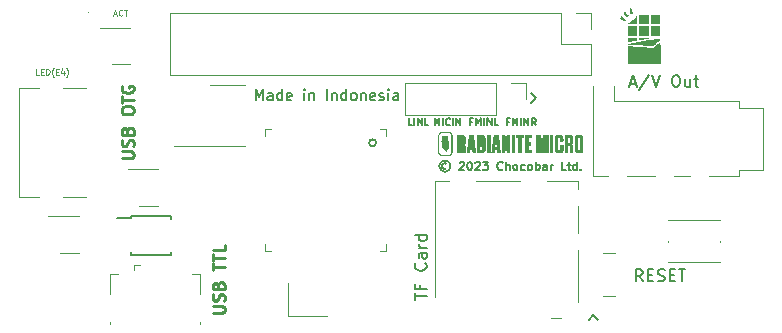
<source format=gto>
G04 #@! TF.GenerationSoftware,KiCad,Pcbnew,7.0.7*
G04 #@! TF.CreationDate,2023-09-27T05:56:11+07:00*
G04 #@! TF.ProjectId,Radianite-Micro-F1C200s,52616469-616e-4697-9465-2d4d6963726f,rev?*
G04 #@! TF.SameCoordinates,Original*
G04 #@! TF.FileFunction,Legend,Top*
G04 #@! TF.FilePolarity,Positive*
%FSLAX46Y46*%
G04 Gerber Fmt 4.6, Leading zero omitted, Abs format (unit mm)*
G04 Created by KiCad (PCBNEW 7.0.7) date 2023-09-27 05:56:11*
%MOMM*%
%LPD*%
G01*
G04 APERTURE LIST*
%ADD10C,0.150000*%
%ADD11C,0.250000*%
%ADD12C,0.125000*%
%ADD13C,0.200000*%
%ADD14C,0.120000*%
%ADD15C,0.100000*%
G04 APERTURE END LIST*
D10*
X142800000Y-108300000D02*
X142400000Y-108700000D01*
X147700000Y-126700000D02*
X148100000Y-127100000D01*
X147300000Y-127100000D02*
X147700000Y-126700000D01*
X142400000Y-107900000D02*
X142800000Y-108300000D01*
D11*
X107764619Y-113397431D02*
X108574142Y-113397431D01*
X108574142Y-113397431D02*
X108669380Y-113349812D01*
X108669380Y-113349812D02*
X108717000Y-113302193D01*
X108717000Y-113302193D02*
X108764619Y-113206955D01*
X108764619Y-113206955D02*
X108764619Y-113016479D01*
X108764619Y-113016479D02*
X108717000Y-112921241D01*
X108717000Y-112921241D02*
X108669380Y-112873622D01*
X108669380Y-112873622D02*
X108574142Y-112826003D01*
X108574142Y-112826003D02*
X107764619Y-112826003D01*
X108717000Y-112397431D02*
X108764619Y-112254574D01*
X108764619Y-112254574D02*
X108764619Y-112016479D01*
X108764619Y-112016479D02*
X108717000Y-111921241D01*
X108717000Y-111921241D02*
X108669380Y-111873622D01*
X108669380Y-111873622D02*
X108574142Y-111826003D01*
X108574142Y-111826003D02*
X108478904Y-111826003D01*
X108478904Y-111826003D02*
X108383666Y-111873622D01*
X108383666Y-111873622D02*
X108336047Y-111921241D01*
X108336047Y-111921241D02*
X108288428Y-112016479D01*
X108288428Y-112016479D02*
X108240809Y-112206955D01*
X108240809Y-112206955D02*
X108193190Y-112302193D01*
X108193190Y-112302193D02*
X108145571Y-112349812D01*
X108145571Y-112349812D02*
X108050333Y-112397431D01*
X108050333Y-112397431D02*
X107955095Y-112397431D01*
X107955095Y-112397431D02*
X107859857Y-112349812D01*
X107859857Y-112349812D02*
X107812238Y-112302193D01*
X107812238Y-112302193D02*
X107764619Y-112206955D01*
X107764619Y-112206955D02*
X107764619Y-111968860D01*
X107764619Y-111968860D02*
X107812238Y-111826003D01*
X108240809Y-111064098D02*
X108288428Y-110921241D01*
X108288428Y-110921241D02*
X108336047Y-110873622D01*
X108336047Y-110873622D02*
X108431285Y-110826003D01*
X108431285Y-110826003D02*
X108574142Y-110826003D01*
X108574142Y-110826003D02*
X108669380Y-110873622D01*
X108669380Y-110873622D02*
X108717000Y-110921241D01*
X108717000Y-110921241D02*
X108764619Y-111016479D01*
X108764619Y-111016479D02*
X108764619Y-111397431D01*
X108764619Y-111397431D02*
X107764619Y-111397431D01*
X107764619Y-111397431D02*
X107764619Y-111064098D01*
X107764619Y-111064098D02*
X107812238Y-110968860D01*
X107812238Y-110968860D02*
X107859857Y-110921241D01*
X107859857Y-110921241D02*
X107955095Y-110873622D01*
X107955095Y-110873622D02*
X108050333Y-110873622D01*
X108050333Y-110873622D02*
X108145571Y-110921241D01*
X108145571Y-110921241D02*
X108193190Y-110968860D01*
X108193190Y-110968860D02*
X108240809Y-111064098D01*
X108240809Y-111064098D02*
X108240809Y-111397431D01*
X107764619Y-109445050D02*
X107764619Y-109254574D01*
X107764619Y-109254574D02*
X107812238Y-109159336D01*
X107812238Y-109159336D02*
X107907476Y-109064098D01*
X107907476Y-109064098D02*
X108097952Y-109016479D01*
X108097952Y-109016479D02*
X108431285Y-109016479D01*
X108431285Y-109016479D02*
X108621761Y-109064098D01*
X108621761Y-109064098D02*
X108717000Y-109159336D01*
X108717000Y-109159336D02*
X108764619Y-109254574D01*
X108764619Y-109254574D02*
X108764619Y-109445050D01*
X108764619Y-109445050D02*
X108717000Y-109540288D01*
X108717000Y-109540288D02*
X108621761Y-109635526D01*
X108621761Y-109635526D02*
X108431285Y-109683145D01*
X108431285Y-109683145D02*
X108097952Y-109683145D01*
X108097952Y-109683145D02*
X107907476Y-109635526D01*
X107907476Y-109635526D02*
X107812238Y-109540288D01*
X107812238Y-109540288D02*
X107764619Y-109445050D01*
X107764619Y-108730764D02*
X107764619Y-108159336D01*
X108764619Y-108445050D02*
X107764619Y-108445050D01*
X107812238Y-107302193D02*
X107764619Y-107397431D01*
X107764619Y-107397431D02*
X107764619Y-107540288D01*
X107764619Y-107540288D02*
X107812238Y-107683145D01*
X107812238Y-107683145D02*
X107907476Y-107778383D01*
X107907476Y-107778383D02*
X108002714Y-107826002D01*
X108002714Y-107826002D02*
X108193190Y-107873621D01*
X108193190Y-107873621D02*
X108336047Y-107873621D01*
X108336047Y-107873621D02*
X108526523Y-107826002D01*
X108526523Y-107826002D02*
X108621761Y-107778383D01*
X108621761Y-107778383D02*
X108717000Y-107683145D01*
X108717000Y-107683145D02*
X108764619Y-107540288D01*
X108764619Y-107540288D02*
X108764619Y-107445050D01*
X108764619Y-107445050D02*
X108717000Y-107302193D01*
X108717000Y-107302193D02*
X108669380Y-107254574D01*
X108669380Y-107254574D02*
X108336047Y-107254574D01*
X108336047Y-107254574D02*
X108336047Y-107445050D01*
D10*
X140541541Y-110304485D02*
X140341541Y-110304485D01*
X140341541Y-110618771D02*
X140341541Y-110018771D01*
X140341541Y-110018771D02*
X140627255Y-110018771D01*
X140855827Y-110618771D02*
X140855827Y-110018771D01*
X140855827Y-110018771D02*
X141055827Y-110447342D01*
X141055827Y-110447342D02*
X141255827Y-110018771D01*
X141255827Y-110018771D02*
X141255827Y-110618771D01*
X141541541Y-110618771D02*
X141541541Y-110018771D01*
X141827255Y-110618771D02*
X141827255Y-110018771D01*
X141827255Y-110018771D02*
X142170112Y-110618771D01*
X142170112Y-110618771D02*
X142170112Y-110018771D01*
X142798683Y-110618771D02*
X142598683Y-110333057D01*
X142455826Y-110618771D02*
X142455826Y-110018771D01*
X142455826Y-110018771D02*
X142684397Y-110018771D01*
X142684397Y-110018771D02*
X142741540Y-110047342D01*
X142741540Y-110047342D02*
X142770111Y-110075914D01*
X142770111Y-110075914D02*
X142798683Y-110133057D01*
X142798683Y-110133057D02*
X142798683Y-110218771D01*
X142798683Y-110218771D02*
X142770111Y-110275914D01*
X142770111Y-110275914D02*
X142741540Y-110304485D01*
X142741540Y-110304485D02*
X142684397Y-110333057D01*
X142684397Y-110333057D02*
X142455826Y-110333057D01*
D12*
X107077474Y-101189452D02*
X107315569Y-101189452D01*
X107029855Y-101332309D02*
X107196521Y-100832309D01*
X107196521Y-100832309D02*
X107363188Y-101332309D01*
X107815568Y-101284690D02*
X107791759Y-101308500D01*
X107791759Y-101308500D02*
X107720330Y-101332309D01*
X107720330Y-101332309D02*
X107672711Y-101332309D01*
X107672711Y-101332309D02*
X107601283Y-101308500D01*
X107601283Y-101308500D02*
X107553664Y-101260880D01*
X107553664Y-101260880D02*
X107529854Y-101213261D01*
X107529854Y-101213261D02*
X107506045Y-101118023D01*
X107506045Y-101118023D02*
X107506045Y-101046595D01*
X107506045Y-101046595D02*
X107529854Y-100951357D01*
X107529854Y-100951357D02*
X107553664Y-100903738D01*
X107553664Y-100903738D02*
X107601283Y-100856119D01*
X107601283Y-100856119D02*
X107672711Y-100832309D01*
X107672711Y-100832309D02*
X107720330Y-100832309D01*
X107720330Y-100832309D02*
X107791759Y-100856119D01*
X107791759Y-100856119D02*
X107815568Y-100879928D01*
X107958426Y-100832309D02*
X108244140Y-100832309D01*
X108101283Y-101332309D02*
X108101283Y-100832309D01*
D10*
X151858207Y-123819819D02*
X151524874Y-123343628D01*
X151286779Y-123819819D02*
X151286779Y-122819819D01*
X151286779Y-122819819D02*
X151667731Y-122819819D01*
X151667731Y-122819819D02*
X151762969Y-122867438D01*
X151762969Y-122867438D02*
X151810588Y-122915057D01*
X151810588Y-122915057D02*
X151858207Y-123010295D01*
X151858207Y-123010295D02*
X151858207Y-123153152D01*
X151858207Y-123153152D02*
X151810588Y-123248390D01*
X151810588Y-123248390D02*
X151762969Y-123296009D01*
X151762969Y-123296009D02*
X151667731Y-123343628D01*
X151667731Y-123343628D02*
X151286779Y-123343628D01*
X152286779Y-123296009D02*
X152620112Y-123296009D01*
X152762969Y-123819819D02*
X152286779Y-123819819D01*
X152286779Y-123819819D02*
X152286779Y-122819819D01*
X152286779Y-122819819D02*
X152762969Y-122819819D01*
X153143922Y-123772200D02*
X153286779Y-123819819D01*
X153286779Y-123819819D02*
X153524874Y-123819819D01*
X153524874Y-123819819D02*
X153620112Y-123772200D01*
X153620112Y-123772200D02*
X153667731Y-123724580D01*
X153667731Y-123724580D02*
X153715350Y-123629342D01*
X153715350Y-123629342D02*
X153715350Y-123534104D01*
X153715350Y-123534104D02*
X153667731Y-123438866D01*
X153667731Y-123438866D02*
X153620112Y-123391247D01*
X153620112Y-123391247D02*
X153524874Y-123343628D01*
X153524874Y-123343628D02*
X153334398Y-123296009D01*
X153334398Y-123296009D02*
X153239160Y-123248390D01*
X153239160Y-123248390D02*
X153191541Y-123200771D01*
X153191541Y-123200771D02*
X153143922Y-123105533D01*
X153143922Y-123105533D02*
X153143922Y-123010295D01*
X153143922Y-123010295D02*
X153191541Y-122915057D01*
X153191541Y-122915057D02*
X153239160Y-122867438D01*
X153239160Y-122867438D02*
X153334398Y-122819819D01*
X153334398Y-122819819D02*
X153572493Y-122819819D01*
X153572493Y-122819819D02*
X153715350Y-122867438D01*
X154143922Y-123296009D02*
X154477255Y-123296009D01*
X154620112Y-123819819D02*
X154143922Y-123819819D01*
X154143922Y-123819819D02*
X154143922Y-122819819D01*
X154143922Y-122819819D02*
X154620112Y-122819819D01*
X154905827Y-122819819D02*
X155477255Y-122819819D01*
X155191541Y-123819819D02*
X155191541Y-122819819D01*
X134241541Y-110618771D02*
X134241541Y-110018771D01*
X134241541Y-110018771D02*
X134441541Y-110447342D01*
X134441541Y-110447342D02*
X134641541Y-110018771D01*
X134641541Y-110018771D02*
X134641541Y-110618771D01*
X134927255Y-110618771D02*
X134927255Y-110018771D01*
X135555826Y-110561628D02*
X135527254Y-110590200D01*
X135527254Y-110590200D02*
X135441540Y-110618771D01*
X135441540Y-110618771D02*
X135384397Y-110618771D01*
X135384397Y-110618771D02*
X135298683Y-110590200D01*
X135298683Y-110590200D02*
X135241540Y-110533057D01*
X135241540Y-110533057D02*
X135212969Y-110475914D01*
X135212969Y-110475914D02*
X135184397Y-110361628D01*
X135184397Y-110361628D02*
X135184397Y-110275914D01*
X135184397Y-110275914D02*
X135212969Y-110161628D01*
X135212969Y-110161628D02*
X135241540Y-110104485D01*
X135241540Y-110104485D02*
X135298683Y-110047342D01*
X135298683Y-110047342D02*
X135384397Y-110018771D01*
X135384397Y-110018771D02*
X135441540Y-110018771D01*
X135441540Y-110018771D02*
X135527254Y-110047342D01*
X135527254Y-110047342D02*
X135555826Y-110075914D01*
X135812969Y-110618771D02*
X135812969Y-110018771D01*
X136098683Y-110618771D02*
X136098683Y-110018771D01*
X136098683Y-110018771D02*
X136441540Y-110618771D01*
X136441540Y-110618771D02*
X136441540Y-110018771D01*
X135232017Y-113873200D02*
X135165350Y-113839866D01*
X135165350Y-113839866D02*
X135032017Y-113839866D01*
X135032017Y-113839866D02*
X134965350Y-113873200D01*
X134965350Y-113873200D02*
X134898684Y-113939866D01*
X134898684Y-113939866D02*
X134865350Y-114006533D01*
X134865350Y-114006533D02*
X134865350Y-114139866D01*
X134865350Y-114139866D02*
X134898684Y-114206533D01*
X134898684Y-114206533D02*
X134965350Y-114273200D01*
X134965350Y-114273200D02*
X135032017Y-114306533D01*
X135032017Y-114306533D02*
X135165350Y-114306533D01*
X135165350Y-114306533D02*
X135232017Y-114273200D01*
X135098684Y-113606533D02*
X134932017Y-113639866D01*
X134932017Y-113639866D02*
X134765350Y-113739866D01*
X134765350Y-113739866D02*
X134665350Y-113906533D01*
X134665350Y-113906533D02*
X134632017Y-114073200D01*
X134632017Y-114073200D02*
X134665350Y-114239866D01*
X134665350Y-114239866D02*
X134765350Y-114406533D01*
X134765350Y-114406533D02*
X134932017Y-114506533D01*
X134932017Y-114506533D02*
X135098684Y-114539866D01*
X135098684Y-114539866D02*
X135265350Y-114506533D01*
X135265350Y-114506533D02*
X135432017Y-114406533D01*
X135432017Y-114406533D02*
X135532017Y-114239866D01*
X135532017Y-114239866D02*
X135565350Y-114073200D01*
X135565350Y-114073200D02*
X135532017Y-113906533D01*
X135532017Y-113906533D02*
X135432017Y-113739866D01*
X135432017Y-113739866D02*
X135265350Y-113639866D01*
X135265350Y-113639866D02*
X135098684Y-113606533D01*
X136365350Y-113773200D02*
X136398683Y-113739866D01*
X136398683Y-113739866D02*
X136465350Y-113706533D01*
X136465350Y-113706533D02*
X136632017Y-113706533D01*
X136632017Y-113706533D02*
X136698683Y-113739866D01*
X136698683Y-113739866D02*
X136732017Y-113773200D01*
X136732017Y-113773200D02*
X136765350Y-113839866D01*
X136765350Y-113839866D02*
X136765350Y-113906533D01*
X136765350Y-113906533D02*
X136732017Y-114006533D01*
X136732017Y-114006533D02*
X136332017Y-114406533D01*
X136332017Y-114406533D02*
X136765350Y-114406533D01*
X137198684Y-113706533D02*
X137265350Y-113706533D01*
X137265350Y-113706533D02*
X137332017Y-113739866D01*
X137332017Y-113739866D02*
X137365350Y-113773200D01*
X137365350Y-113773200D02*
X137398684Y-113839866D01*
X137398684Y-113839866D02*
X137432017Y-113973200D01*
X137432017Y-113973200D02*
X137432017Y-114139866D01*
X137432017Y-114139866D02*
X137398684Y-114273200D01*
X137398684Y-114273200D02*
X137365350Y-114339866D01*
X137365350Y-114339866D02*
X137332017Y-114373200D01*
X137332017Y-114373200D02*
X137265350Y-114406533D01*
X137265350Y-114406533D02*
X137198684Y-114406533D01*
X137198684Y-114406533D02*
X137132017Y-114373200D01*
X137132017Y-114373200D02*
X137098684Y-114339866D01*
X137098684Y-114339866D02*
X137065350Y-114273200D01*
X137065350Y-114273200D02*
X137032017Y-114139866D01*
X137032017Y-114139866D02*
X137032017Y-113973200D01*
X137032017Y-113973200D02*
X137065350Y-113839866D01*
X137065350Y-113839866D02*
X137098684Y-113773200D01*
X137098684Y-113773200D02*
X137132017Y-113739866D01*
X137132017Y-113739866D02*
X137198684Y-113706533D01*
X137698684Y-113773200D02*
X137732017Y-113739866D01*
X137732017Y-113739866D02*
X137798684Y-113706533D01*
X137798684Y-113706533D02*
X137965351Y-113706533D01*
X137965351Y-113706533D02*
X138032017Y-113739866D01*
X138032017Y-113739866D02*
X138065351Y-113773200D01*
X138065351Y-113773200D02*
X138098684Y-113839866D01*
X138098684Y-113839866D02*
X138098684Y-113906533D01*
X138098684Y-113906533D02*
X138065351Y-114006533D01*
X138065351Y-114006533D02*
X137665351Y-114406533D01*
X137665351Y-114406533D02*
X138098684Y-114406533D01*
X138332018Y-113706533D02*
X138765351Y-113706533D01*
X138765351Y-113706533D02*
X138532018Y-113973200D01*
X138532018Y-113973200D02*
X138632018Y-113973200D01*
X138632018Y-113973200D02*
X138698684Y-114006533D01*
X138698684Y-114006533D02*
X138732018Y-114039866D01*
X138732018Y-114039866D02*
X138765351Y-114106533D01*
X138765351Y-114106533D02*
X138765351Y-114273200D01*
X138765351Y-114273200D02*
X138732018Y-114339866D01*
X138732018Y-114339866D02*
X138698684Y-114373200D01*
X138698684Y-114373200D02*
X138632018Y-114406533D01*
X138632018Y-114406533D02*
X138432018Y-114406533D01*
X138432018Y-114406533D02*
X138365351Y-114373200D01*
X138365351Y-114373200D02*
X138332018Y-114339866D01*
X139998684Y-114339866D02*
X139965351Y-114373200D01*
X139965351Y-114373200D02*
X139865351Y-114406533D01*
X139865351Y-114406533D02*
X139798684Y-114406533D01*
X139798684Y-114406533D02*
X139698684Y-114373200D01*
X139698684Y-114373200D02*
X139632018Y-114306533D01*
X139632018Y-114306533D02*
X139598684Y-114239866D01*
X139598684Y-114239866D02*
X139565351Y-114106533D01*
X139565351Y-114106533D02*
X139565351Y-114006533D01*
X139565351Y-114006533D02*
X139598684Y-113873200D01*
X139598684Y-113873200D02*
X139632018Y-113806533D01*
X139632018Y-113806533D02*
X139698684Y-113739866D01*
X139698684Y-113739866D02*
X139798684Y-113706533D01*
X139798684Y-113706533D02*
X139865351Y-113706533D01*
X139865351Y-113706533D02*
X139965351Y-113739866D01*
X139965351Y-113739866D02*
X139998684Y-113773200D01*
X140298684Y-114406533D02*
X140298684Y-113706533D01*
X140598684Y-114406533D02*
X140598684Y-114039866D01*
X140598684Y-114039866D02*
X140565351Y-113973200D01*
X140565351Y-113973200D02*
X140498684Y-113939866D01*
X140498684Y-113939866D02*
X140398684Y-113939866D01*
X140398684Y-113939866D02*
X140332018Y-113973200D01*
X140332018Y-113973200D02*
X140298684Y-114006533D01*
X141032017Y-114406533D02*
X140965351Y-114373200D01*
X140965351Y-114373200D02*
X140932017Y-114339866D01*
X140932017Y-114339866D02*
X140898684Y-114273200D01*
X140898684Y-114273200D02*
X140898684Y-114073200D01*
X140898684Y-114073200D02*
X140932017Y-114006533D01*
X140932017Y-114006533D02*
X140965351Y-113973200D01*
X140965351Y-113973200D02*
X141032017Y-113939866D01*
X141032017Y-113939866D02*
X141132017Y-113939866D01*
X141132017Y-113939866D02*
X141198684Y-113973200D01*
X141198684Y-113973200D02*
X141232017Y-114006533D01*
X141232017Y-114006533D02*
X141265351Y-114073200D01*
X141265351Y-114073200D02*
X141265351Y-114273200D01*
X141265351Y-114273200D02*
X141232017Y-114339866D01*
X141232017Y-114339866D02*
X141198684Y-114373200D01*
X141198684Y-114373200D02*
X141132017Y-114406533D01*
X141132017Y-114406533D02*
X141032017Y-114406533D01*
X141865350Y-114373200D02*
X141798684Y-114406533D01*
X141798684Y-114406533D02*
X141665350Y-114406533D01*
X141665350Y-114406533D02*
X141598684Y-114373200D01*
X141598684Y-114373200D02*
X141565350Y-114339866D01*
X141565350Y-114339866D02*
X141532017Y-114273200D01*
X141532017Y-114273200D02*
X141532017Y-114073200D01*
X141532017Y-114073200D02*
X141565350Y-114006533D01*
X141565350Y-114006533D02*
X141598684Y-113973200D01*
X141598684Y-113973200D02*
X141665350Y-113939866D01*
X141665350Y-113939866D02*
X141798684Y-113939866D01*
X141798684Y-113939866D02*
X141865350Y-113973200D01*
X142265350Y-114406533D02*
X142198684Y-114373200D01*
X142198684Y-114373200D02*
X142165350Y-114339866D01*
X142165350Y-114339866D02*
X142132017Y-114273200D01*
X142132017Y-114273200D02*
X142132017Y-114073200D01*
X142132017Y-114073200D02*
X142165350Y-114006533D01*
X142165350Y-114006533D02*
X142198684Y-113973200D01*
X142198684Y-113973200D02*
X142265350Y-113939866D01*
X142265350Y-113939866D02*
X142365350Y-113939866D01*
X142365350Y-113939866D02*
X142432017Y-113973200D01*
X142432017Y-113973200D02*
X142465350Y-114006533D01*
X142465350Y-114006533D02*
X142498684Y-114073200D01*
X142498684Y-114073200D02*
X142498684Y-114273200D01*
X142498684Y-114273200D02*
X142465350Y-114339866D01*
X142465350Y-114339866D02*
X142432017Y-114373200D01*
X142432017Y-114373200D02*
X142365350Y-114406533D01*
X142365350Y-114406533D02*
X142265350Y-114406533D01*
X142798683Y-114406533D02*
X142798683Y-113706533D01*
X142798683Y-113973200D02*
X142865350Y-113939866D01*
X142865350Y-113939866D02*
X142998683Y-113939866D01*
X142998683Y-113939866D02*
X143065350Y-113973200D01*
X143065350Y-113973200D02*
X143098683Y-114006533D01*
X143098683Y-114006533D02*
X143132017Y-114073200D01*
X143132017Y-114073200D02*
X143132017Y-114273200D01*
X143132017Y-114273200D02*
X143098683Y-114339866D01*
X143098683Y-114339866D02*
X143065350Y-114373200D01*
X143065350Y-114373200D02*
X142998683Y-114406533D01*
X142998683Y-114406533D02*
X142865350Y-114406533D01*
X142865350Y-114406533D02*
X142798683Y-114373200D01*
X143732016Y-114406533D02*
X143732016Y-114039866D01*
X143732016Y-114039866D02*
X143698683Y-113973200D01*
X143698683Y-113973200D02*
X143632016Y-113939866D01*
X143632016Y-113939866D02*
X143498683Y-113939866D01*
X143498683Y-113939866D02*
X143432016Y-113973200D01*
X143732016Y-114373200D02*
X143665350Y-114406533D01*
X143665350Y-114406533D02*
X143498683Y-114406533D01*
X143498683Y-114406533D02*
X143432016Y-114373200D01*
X143432016Y-114373200D02*
X143398683Y-114306533D01*
X143398683Y-114306533D02*
X143398683Y-114239866D01*
X143398683Y-114239866D02*
X143432016Y-114173200D01*
X143432016Y-114173200D02*
X143498683Y-114139866D01*
X143498683Y-114139866D02*
X143665350Y-114139866D01*
X143665350Y-114139866D02*
X143732016Y-114106533D01*
X144065349Y-114406533D02*
X144065349Y-113939866D01*
X144065349Y-114073200D02*
X144098683Y-114006533D01*
X144098683Y-114006533D02*
X144132016Y-113973200D01*
X144132016Y-113973200D02*
X144198683Y-113939866D01*
X144198683Y-113939866D02*
X144265349Y-113939866D01*
X145365349Y-114406533D02*
X145032015Y-114406533D01*
X145032015Y-114406533D02*
X145032015Y-113706533D01*
X145498682Y-113939866D02*
X145765349Y-113939866D01*
X145598682Y-113706533D02*
X145598682Y-114306533D01*
X145598682Y-114306533D02*
X145632016Y-114373200D01*
X145632016Y-114373200D02*
X145698682Y-114406533D01*
X145698682Y-114406533D02*
X145765349Y-114406533D01*
X146298682Y-114406533D02*
X146298682Y-113706533D01*
X146298682Y-114373200D02*
X146232016Y-114406533D01*
X146232016Y-114406533D02*
X146098682Y-114406533D01*
X146098682Y-114406533D02*
X146032016Y-114373200D01*
X146032016Y-114373200D02*
X145998682Y-114339866D01*
X145998682Y-114339866D02*
X145965349Y-114273200D01*
X145965349Y-114273200D02*
X145965349Y-114073200D01*
X145965349Y-114073200D02*
X145998682Y-114006533D01*
X145998682Y-114006533D02*
X146032016Y-113973200D01*
X146032016Y-113973200D02*
X146098682Y-113939866D01*
X146098682Y-113939866D02*
X146232016Y-113939866D01*
X146232016Y-113939866D02*
X146298682Y-113973200D01*
X146632015Y-114339866D02*
X146665349Y-114373200D01*
X146665349Y-114373200D02*
X146632015Y-114406533D01*
X146632015Y-114406533D02*
X146598682Y-114373200D01*
X146598682Y-114373200D02*
X146632015Y-114339866D01*
X146632015Y-114339866D02*
X146632015Y-114406533D01*
D13*
X150822054Y-107081504D02*
X151298244Y-107081504D01*
X150726816Y-107367219D02*
X151060149Y-106367219D01*
X151060149Y-106367219D02*
X151393482Y-107367219D01*
X152441101Y-106319600D02*
X151583959Y-107605314D01*
X152631578Y-106367219D02*
X152964911Y-107367219D01*
X152964911Y-107367219D02*
X153298244Y-106367219D01*
X154583959Y-106367219D02*
X154774435Y-106367219D01*
X154774435Y-106367219D02*
X154869673Y-106414838D01*
X154869673Y-106414838D02*
X154964911Y-106510076D01*
X154964911Y-106510076D02*
X155012530Y-106700552D01*
X155012530Y-106700552D02*
X155012530Y-107033885D01*
X155012530Y-107033885D02*
X154964911Y-107224361D01*
X154964911Y-107224361D02*
X154869673Y-107319600D01*
X154869673Y-107319600D02*
X154774435Y-107367219D01*
X154774435Y-107367219D02*
X154583959Y-107367219D01*
X154583959Y-107367219D02*
X154488721Y-107319600D01*
X154488721Y-107319600D02*
X154393483Y-107224361D01*
X154393483Y-107224361D02*
X154345864Y-107033885D01*
X154345864Y-107033885D02*
X154345864Y-106700552D01*
X154345864Y-106700552D02*
X154393483Y-106510076D01*
X154393483Y-106510076D02*
X154488721Y-106414838D01*
X154488721Y-106414838D02*
X154583959Y-106367219D01*
X155869673Y-106700552D02*
X155869673Y-107367219D01*
X155441102Y-106700552D02*
X155441102Y-107224361D01*
X155441102Y-107224361D02*
X155488721Y-107319600D01*
X155488721Y-107319600D02*
X155583959Y-107367219D01*
X155583959Y-107367219D02*
X155726816Y-107367219D01*
X155726816Y-107367219D02*
X155822054Y-107319600D01*
X155822054Y-107319600D02*
X155869673Y-107271980D01*
X156203007Y-106700552D02*
X156583959Y-106700552D01*
X156345864Y-106367219D02*
X156345864Y-107224361D01*
X156345864Y-107224361D02*
X156393483Y-107319600D01*
X156393483Y-107319600D02*
X156488721Y-107367219D01*
X156488721Y-107367219D02*
X156583959Y-107367219D01*
D12*
X100739378Y-106332309D02*
X100501283Y-106332309D01*
X100501283Y-106332309D02*
X100501283Y-105832309D01*
X100906045Y-106070404D02*
X101072712Y-106070404D01*
X101144140Y-106332309D02*
X100906045Y-106332309D01*
X100906045Y-106332309D02*
X100906045Y-105832309D01*
X100906045Y-105832309D02*
X101144140Y-105832309D01*
X101358426Y-106332309D02*
X101358426Y-105832309D01*
X101358426Y-105832309D02*
X101477474Y-105832309D01*
X101477474Y-105832309D02*
X101548902Y-105856119D01*
X101548902Y-105856119D02*
X101596521Y-105903738D01*
X101596521Y-105903738D02*
X101620331Y-105951357D01*
X101620331Y-105951357D02*
X101644140Y-106046595D01*
X101644140Y-106046595D02*
X101644140Y-106118023D01*
X101644140Y-106118023D02*
X101620331Y-106213261D01*
X101620331Y-106213261D02*
X101596521Y-106260880D01*
X101596521Y-106260880D02*
X101548902Y-106308500D01*
X101548902Y-106308500D02*
X101477474Y-106332309D01*
X101477474Y-106332309D02*
X101358426Y-106332309D01*
X102001283Y-106522785D02*
X101977474Y-106498976D01*
X101977474Y-106498976D02*
X101929855Y-106427547D01*
X101929855Y-106427547D02*
X101906045Y-106379928D01*
X101906045Y-106379928D02*
X101882236Y-106308500D01*
X101882236Y-106308500D02*
X101858426Y-106189452D01*
X101858426Y-106189452D02*
X101858426Y-106094214D01*
X101858426Y-106094214D02*
X101882236Y-105975166D01*
X101882236Y-105975166D02*
X101906045Y-105903738D01*
X101906045Y-105903738D02*
X101929855Y-105856119D01*
X101929855Y-105856119D02*
X101977474Y-105784690D01*
X101977474Y-105784690D02*
X102001283Y-105760880D01*
X102191759Y-106070404D02*
X102358426Y-106070404D01*
X102429854Y-106332309D02*
X102191759Y-106332309D01*
X102191759Y-106332309D02*
X102191759Y-105832309D01*
X102191759Y-105832309D02*
X102429854Y-105832309D01*
X102858426Y-105998976D02*
X102858426Y-106332309D01*
X102739378Y-105808500D02*
X102620331Y-106165642D01*
X102620331Y-106165642D02*
X102929854Y-106165642D01*
X103072711Y-106522785D02*
X103096521Y-106498976D01*
X103096521Y-106498976D02*
X103144140Y-106427547D01*
X103144140Y-106427547D02*
X103167949Y-106379928D01*
X103167949Y-106379928D02*
X103191759Y-106308500D01*
X103191759Y-106308500D02*
X103215568Y-106189452D01*
X103215568Y-106189452D02*
X103215568Y-106094214D01*
X103215568Y-106094214D02*
X103191759Y-105975166D01*
X103191759Y-105975166D02*
X103167949Y-105903738D01*
X103167949Y-105903738D02*
X103144140Y-105856119D01*
X103144140Y-105856119D02*
X103096521Y-105784690D01*
X103096521Y-105784690D02*
X103072711Y-105760880D01*
D10*
X119112969Y-108482057D02*
X119112969Y-107582057D01*
X119112969Y-107582057D02*
X119412969Y-108224914D01*
X119412969Y-108224914D02*
X119712969Y-107582057D01*
X119712969Y-107582057D02*
X119712969Y-108482057D01*
X120527255Y-108482057D02*
X120527255Y-108010628D01*
X120527255Y-108010628D02*
X120484397Y-107924914D01*
X120484397Y-107924914D02*
X120398683Y-107882057D01*
X120398683Y-107882057D02*
X120227255Y-107882057D01*
X120227255Y-107882057D02*
X120141540Y-107924914D01*
X120527255Y-108439200D02*
X120441540Y-108482057D01*
X120441540Y-108482057D02*
X120227255Y-108482057D01*
X120227255Y-108482057D02*
X120141540Y-108439200D01*
X120141540Y-108439200D02*
X120098683Y-108353485D01*
X120098683Y-108353485D02*
X120098683Y-108267771D01*
X120098683Y-108267771D02*
X120141540Y-108182057D01*
X120141540Y-108182057D02*
X120227255Y-108139200D01*
X120227255Y-108139200D02*
X120441540Y-108139200D01*
X120441540Y-108139200D02*
X120527255Y-108096342D01*
X121341541Y-108482057D02*
X121341541Y-107582057D01*
X121341541Y-108439200D02*
X121255826Y-108482057D01*
X121255826Y-108482057D02*
X121084398Y-108482057D01*
X121084398Y-108482057D02*
X120998683Y-108439200D01*
X120998683Y-108439200D02*
X120955826Y-108396342D01*
X120955826Y-108396342D02*
X120912969Y-108310628D01*
X120912969Y-108310628D02*
X120912969Y-108053485D01*
X120912969Y-108053485D02*
X120955826Y-107967771D01*
X120955826Y-107967771D02*
X120998683Y-107924914D01*
X120998683Y-107924914D02*
X121084398Y-107882057D01*
X121084398Y-107882057D02*
X121255826Y-107882057D01*
X121255826Y-107882057D02*
X121341541Y-107924914D01*
X122112969Y-108439200D02*
X122027255Y-108482057D01*
X122027255Y-108482057D02*
X121855827Y-108482057D01*
X121855827Y-108482057D02*
X121770112Y-108439200D01*
X121770112Y-108439200D02*
X121727255Y-108353485D01*
X121727255Y-108353485D02*
X121727255Y-108010628D01*
X121727255Y-108010628D02*
X121770112Y-107924914D01*
X121770112Y-107924914D02*
X121855827Y-107882057D01*
X121855827Y-107882057D02*
X122027255Y-107882057D01*
X122027255Y-107882057D02*
X122112969Y-107924914D01*
X122112969Y-107924914D02*
X122155827Y-108010628D01*
X122155827Y-108010628D02*
X122155827Y-108096342D01*
X122155827Y-108096342D02*
X121727255Y-108182057D01*
X123227255Y-108482057D02*
X123227255Y-107882057D01*
X123227255Y-107582057D02*
X123184398Y-107624914D01*
X123184398Y-107624914D02*
X123227255Y-107667771D01*
X123227255Y-107667771D02*
X123270112Y-107624914D01*
X123270112Y-107624914D02*
X123227255Y-107582057D01*
X123227255Y-107582057D02*
X123227255Y-107667771D01*
X123655826Y-107882057D02*
X123655826Y-108482057D01*
X123655826Y-107967771D02*
X123698683Y-107924914D01*
X123698683Y-107924914D02*
X123784398Y-107882057D01*
X123784398Y-107882057D02*
X123912969Y-107882057D01*
X123912969Y-107882057D02*
X123998683Y-107924914D01*
X123998683Y-107924914D02*
X124041541Y-108010628D01*
X124041541Y-108010628D02*
X124041541Y-108482057D01*
X125155826Y-108482057D02*
X125155826Y-107582057D01*
X125584397Y-107882057D02*
X125584397Y-108482057D01*
X125584397Y-107967771D02*
X125627254Y-107924914D01*
X125627254Y-107924914D02*
X125712969Y-107882057D01*
X125712969Y-107882057D02*
X125841540Y-107882057D01*
X125841540Y-107882057D02*
X125927254Y-107924914D01*
X125927254Y-107924914D02*
X125970112Y-108010628D01*
X125970112Y-108010628D02*
X125970112Y-108482057D01*
X126784398Y-108482057D02*
X126784398Y-107582057D01*
X126784398Y-108439200D02*
X126698683Y-108482057D01*
X126698683Y-108482057D02*
X126527255Y-108482057D01*
X126527255Y-108482057D02*
X126441540Y-108439200D01*
X126441540Y-108439200D02*
X126398683Y-108396342D01*
X126398683Y-108396342D02*
X126355826Y-108310628D01*
X126355826Y-108310628D02*
X126355826Y-108053485D01*
X126355826Y-108053485D02*
X126398683Y-107967771D01*
X126398683Y-107967771D02*
X126441540Y-107924914D01*
X126441540Y-107924914D02*
X126527255Y-107882057D01*
X126527255Y-107882057D02*
X126698683Y-107882057D01*
X126698683Y-107882057D02*
X126784398Y-107924914D01*
X127341541Y-108482057D02*
X127255826Y-108439200D01*
X127255826Y-108439200D02*
X127212969Y-108396342D01*
X127212969Y-108396342D02*
X127170112Y-108310628D01*
X127170112Y-108310628D02*
X127170112Y-108053485D01*
X127170112Y-108053485D02*
X127212969Y-107967771D01*
X127212969Y-107967771D02*
X127255826Y-107924914D01*
X127255826Y-107924914D02*
X127341541Y-107882057D01*
X127341541Y-107882057D02*
X127470112Y-107882057D01*
X127470112Y-107882057D02*
X127555826Y-107924914D01*
X127555826Y-107924914D02*
X127598684Y-107967771D01*
X127598684Y-107967771D02*
X127641541Y-108053485D01*
X127641541Y-108053485D02*
X127641541Y-108310628D01*
X127641541Y-108310628D02*
X127598684Y-108396342D01*
X127598684Y-108396342D02*
X127555826Y-108439200D01*
X127555826Y-108439200D02*
X127470112Y-108482057D01*
X127470112Y-108482057D02*
X127341541Y-108482057D01*
X128027255Y-107882057D02*
X128027255Y-108482057D01*
X128027255Y-107967771D02*
X128070112Y-107924914D01*
X128070112Y-107924914D02*
X128155827Y-107882057D01*
X128155827Y-107882057D02*
X128284398Y-107882057D01*
X128284398Y-107882057D02*
X128370112Y-107924914D01*
X128370112Y-107924914D02*
X128412970Y-108010628D01*
X128412970Y-108010628D02*
X128412970Y-108482057D01*
X129184398Y-108439200D02*
X129098684Y-108482057D01*
X129098684Y-108482057D02*
X128927256Y-108482057D01*
X128927256Y-108482057D02*
X128841541Y-108439200D01*
X128841541Y-108439200D02*
X128798684Y-108353485D01*
X128798684Y-108353485D02*
X128798684Y-108010628D01*
X128798684Y-108010628D02*
X128841541Y-107924914D01*
X128841541Y-107924914D02*
X128927256Y-107882057D01*
X128927256Y-107882057D02*
X129098684Y-107882057D01*
X129098684Y-107882057D02*
X129184398Y-107924914D01*
X129184398Y-107924914D02*
X129227256Y-108010628D01*
X129227256Y-108010628D02*
X129227256Y-108096342D01*
X129227256Y-108096342D02*
X128798684Y-108182057D01*
X129570113Y-108439200D02*
X129655827Y-108482057D01*
X129655827Y-108482057D02*
X129827256Y-108482057D01*
X129827256Y-108482057D02*
X129912970Y-108439200D01*
X129912970Y-108439200D02*
X129955827Y-108353485D01*
X129955827Y-108353485D02*
X129955827Y-108310628D01*
X129955827Y-108310628D02*
X129912970Y-108224914D01*
X129912970Y-108224914D02*
X129827256Y-108182057D01*
X129827256Y-108182057D02*
X129698685Y-108182057D01*
X129698685Y-108182057D02*
X129612970Y-108139200D01*
X129612970Y-108139200D02*
X129570113Y-108053485D01*
X129570113Y-108053485D02*
X129570113Y-108010628D01*
X129570113Y-108010628D02*
X129612970Y-107924914D01*
X129612970Y-107924914D02*
X129698685Y-107882057D01*
X129698685Y-107882057D02*
X129827256Y-107882057D01*
X129827256Y-107882057D02*
X129912970Y-107924914D01*
X130341541Y-108482057D02*
X130341541Y-107882057D01*
X130341541Y-107582057D02*
X130298684Y-107624914D01*
X130298684Y-107624914D02*
X130341541Y-107667771D01*
X130341541Y-107667771D02*
X130384398Y-107624914D01*
X130384398Y-107624914D02*
X130341541Y-107582057D01*
X130341541Y-107582057D02*
X130341541Y-107667771D01*
X131155827Y-108482057D02*
X131155827Y-108010628D01*
X131155827Y-108010628D02*
X131112969Y-107924914D01*
X131112969Y-107924914D02*
X131027255Y-107882057D01*
X131027255Y-107882057D02*
X130855827Y-107882057D01*
X130855827Y-107882057D02*
X130770112Y-107924914D01*
X131155827Y-108439200D02*
X131070112Y-108482057D01*
X131070112Y-108482057D02*
X130855827Y-108482057D01*
X130855827Y-108482057D02*
X130770112Y-108439200D01*
X130770112Y-108439200D02*
X130727255Y-108353485D01*
X130727255Y-108353485D02*
X130727255Y-108267771D01*
X130727255Y-108267771D02*
X130770112Y-108182057D01*
X130770112Y-108182057D02*
X130855827Y-108139200D01*
X130855827Y-108139200D02*
X131070112Y-108139200D01*
X131070112Y-108139200D02*
X131155827Y-108096342D01*
D11*
X115464619Y-126497431D02*
X116274142Y-126497431D01*
X116274142Y-126497431D02*
X116369380Y-126449812D01*
X116369380Y-126449812D02*
X116417000Y-126402193D01*
X116417000Y-126402193D02*
X116464619Y-126306955D01*
X116464619Y-126306955D02*
X116464619Y-126116479D01*
X116464619Y-126116479D02*
X116417000Y-126021241D01*
X116417000Y-126021241D02*
X116369380Y-125973622D01*
X116369380Y-125973622D02*
X116274142Y-125926003D01*
X116274142Y-125926003D02*
X115464619Y-125926003D01*
X116417000Y-125497431D02*
X116464619Y-125354574D01*
X116464619Y-125354574D02*
X116464619Y-125116479D01*
X116464619Y-125116479D02*
X116417000Y-125021241D01*
X116417000Y-125021241D02*
X116369380Y-124973622D01*
X116369380Y-124973622D02*
X116274142Y-124926003D01*
X116274142Y-124926003D02*
X116178904Y-124926003D01*
X116178904Y-124926003D02*
X116083666Y-124973622D01*
X116083666Y-124973622D02*
X116036047Y-125021241D01*
X116036047Y-125021241D02*
X115988428Y-125116479D01*
X115988428Y-125116479D02*
X115940809Y-125306955D01*
X115940809Y-125306955D02*
X115893190Y-125402193D01*
X115893190Y-125402193D02*
X115845571Y-125449812D01*
X115845571Y-125449812D02*
X115750333Y-125497431D01*
X115750333Y-125497431D02*
X115655095Y-125497431D01*
X115655095Y-125497431D02*
X115559857Y-125449812D01*
X115559857Y-125449812D02*
X115512238Y-125402193D01*
X115512238Y-125402193D02*
X115464619Y-125306955D01*
X115464619Y-125306955D02*
X115464619Y-125068860D01*
X115464619Y-125068860D02*
X115512238Y-124926003D01*
X115940809Y-124164098D02*
X115988428Y-124021241D01*
X115988428Y-124021241D02*
X116036047Y-123973622D01*
X116036047Y-123973622D02*
X116131285Y-123926003D01*
X116131285Y-123926003D02*
X116274142Y-123926003D01*
X116274142Y-123926003D02*
X116369380Y-123973622D01*
X116369380Y-123973622D02*
X116417000Y-124021241D01*
X116417000Y-124021241D02*
X116464619Y-124116479D01*
X116464619Y-124116479D02*
X116464619Y-124497431D01*
X116464619Y-124497431D02*
X115464619Y-124497431D01*
X115464619Y-124497431D02*
X115464619Y-124164098D01*
X115464619Y-124164098D02*
X115512238Y-124068860D01*
X115512238Y-124068860D02*
X115559857Y-124021241D01*
X115559857Y-124021241D02*
X115655095Y-123973622D01*
X115655095Y-123973622D02*
X115750333Y-123973622D01*
X115750333Y-123973622D02*
X115845571Y-124021241D01*
X115845571Y-124021241D02*
X115893190Y-124068860D01*
X115893190Y-124068860D02*
X115940809Y-124164098D01*
X115940809Y-124164098D02*
X115940809Y-124497431D01*
X115464619Y-122878383D02*
X115464619Y-122306955D01*
X116464619Y-122592669D02*
X115464619Y-122592669D01*
X115464619Y-122116478D02*
X115464619Y-121545050D01*
X116464619Y-121830764D02*
X115464619Y-121830764D01*
X116464619Y-120735526D02*
X116464619Y-121211716D01*
X116464619Y-121211716D02*
X115464619Y-121211716D01*
D10*
X132327255Y-110618771D02*
X132041541Y-110618771D01*
X132041541Y-110618771D02*
X132041541Y-110018771D01*
X132527255Y-110618771D02*
X132527255Y-110018771D01*
X132812969Y-110618771D02*
X132812969Y-110018771D01*
X132812969Y-110018771D02*
X133155826Y-110618771D01*
X133155826Y-110618771D02*
X133155826Y-110018771D01*
X133727254Y-110618771D02*
X133441540Y-110618771D01*
X133441540Y-110618771D02*
X133441540Y-110018771D01*
X137441541Y-110304485D02*
X137241541Y-110304485D01*
X137241541Y-110618771D02*
X137241541Y-110018771D01*
X137241541Y-110018771D02*
X137527255Y-110018771D01*
X137755827Y-110618771D02*
X137755827Y-110018771D01*
X137755827Y-110018771D02*
X137955827Y-110447342D01*
X137955827Y-110447342D02*
X138155827Y-110018771D01*
X138155827Y-110018771D02*
X138155827Y-110618771D01*
X138441541Y-110618771D02*
X138441541Y-110018771D01*
X138727255Y-110618771D02*
X138727255Y-110018771D01*
X138727255Y-110018771D02*
X139070112Y-110618771D01*
X139070112Y-110618771D02*
X139070112Y-110018771D01*
X139641540Y-110618771D02*
X139355826Y-110618771D01*
X139355826Y-110618771D02*
X139355826Y-110018771D01*
D13*
X132567219Y-125393183D02*
X132567219Y-124821755D01*
X133567219Y-125107469D02*
X132567219Y-125107469D01*
X133043409Y-124155088D02*
X133043409Y-124488421D01*
X133567219Y-124488421D02*
X132567219Y-124488421D01*
X132567219Y-124488421D02*
X132567219Y-124012231D01*
X133471980Y-122297945D02*
X133519600Y-122345564D01*
X133519600Y-122345564D02*
X133567219Y-122488421D01*
X133567219Y-122488421D02*
X133567219Y-122583659D01*
X133567219Y-122583659D02*
X133519600Y-122726516D01*
X133519600Y-122726516D02*
X133424361Y-122821754D01*
X133424361Y-122821754D02*
X133329123Y-122869373D01*
X133329123Y-122869373D02*
X133138647Y-122916992D01*
X133138647Y-122916992D02*
X132995790Y-122916992D01*
X132995790Y-122916992D02*
X132805314Y-122869373D01*
X132805314Y-122869373D02*
X132710076Y-122821754D01*
X132710076Y-122821754D02*
X132614838Y-122726516D01*
X132614838Y-122726516D02*
X132567219Y-122583659D01*
X132567219Y-122583659D02*
X132567219Y-122488421D01*
X132567219Y-122488421D02*
X132614838Y-122345564D01*
X132614838Y-122345564D02*
X132662457Y-122297945D01*
X133567219Y-121440802D02*
X133043409Y-121440802D01*
X133043409Y-121440802D02*
X132948171Y-121488421D01*
X132948171Y-121488421D02*
X132900552Y-121583659D01*
X132900552Y-121583659D02*
X132900552Y-121774135D01*
X132900552Y-121774135D02*
X132948171Y-121869373D01*
X133519600Y-121440802D02*
X133567219Y-121536040D01*
X133567219Y-121536040D02*
X133567219Y-121774135D01*
X133567219Y-121774135D02*
X133519600Y-121869373D01*
X133519600Y-121869373D02*
X133424361Y-121916992D01*
X133424361Y-121916992D02*
X133329123Y-121916992D01*
X133329123Y-121916992D02*
X133233885Y-121869373D01*
X133233885Y-121869373D02*
X133186266Y-121774135D01*
X133186266Y-121774135D02*
X133186266Y-121536040D01*
X133186266Y-121536040D02*
X133138647Y-121440802D01*
X133567219Y-120964611D02*
X132900552Y-120964611D01*
X133091028Y-120964611D02*
X132995790Y-120916992D01*
X132995790Y-120916992D02*
X132948171Y-120869373D01*
X132948171Y-120869373D02*
X132900552Y-120774135D01*
X132900552Y-120774135D02*
X132900552Y-120678897D01*
X133567219Y-119916992D02*
X132567219Y-119916992D01*
X133519600Y-119916992D02*
X133567219Y-120012230D01*
X133567219Y-120012230D02*
X133567219Y-120202706D01*
X133567219Y-120202706D02*
X133519600Y-120297944D01*
X133519600Y-120297944D02*
X133471980Y-120345563D01*
X133471980Y-120345563D02*
X133376742Y-120393182D01*
X133376742Y-120393182D02*
X133091028Y-120393182D01*
X133091028Y-120393182D02*
X132995790Y-120345563D01*
X132995790Y-120345563D02*
X132948171Y-120297944D01*
X132948171Y-120297944D02*
X132900552Y-120202706D01*
X132900552Y-120202706D02*
X132900552Y-120012230D01*
X132900552Y-120012230D02*
X132948171Y-119916992D01*
D14*
G04 #@! TO.C,J4*
X142010000Y-107070000D02*
X142010000Y-108400000D01*
X140680000Y-107070000D02*
X142010000Y-107070000D01*
X139410000Y-107070000D02*
X131730000Y-107070000D01*
X139410000Y-107070000D02*
X139410000Y-109730000D01*
X131730000Y-107070000D02*
X131730000Y-109730000D01*
X139410000Y-109730000D02*
X131730000Y-109730000D01*
G04 #@! TO.C,U3*
X103337500Y-118290000D02*
X101537500Y-118290000D01*
X103337500Y-118290000D02*
X104137500Y-118290000D01*
X103337500Y-121410000D02*
X102537500Y-121410000D01*
X103337500Y-121410000D02*
X104137500Y-121410000D01*
G04 #@! TO.C,SW1*
X154050000Y-120475000D02*
X154050000Y-120375000D01*
X154050000Y-122175000D02*
X158450000Y-122175000D01*
X158450000Y-118675000D02*
X154050000Y-118675000D01*
X158450000Y-120475000D02*
X158450000Y-120375000D01*
G04 #@! TO.C,U4*
X110062500Y-114290000D02*
X108262500Y-114290000D01*
X110062500Y-114290000D02*
X110862500Y-114290000D01*
X110062500Y-117410000D02*
X109262500Y-117410000D01*
X110062500Y-117410000D02*
X110862500Y-117410000D01*
G04 #@! TO.C,J5*
X146430000Y-125600000D02*
X146430000Y-121150000D01*
X146430000Y-119750000D02*
X146430000Y-117450000D01*
X146430000Y-116050000D02*
X146430000Y-115330000D01*
X146430000Y-115330000D02*
X143750000Y-115330000D01*
X144950000Y-126970000D02*
X144090000Y-126970000D01*
X141450000Y-115330000D02*
X137780000Y-115330000D01*
X135480000Y-115330000D02*
X134250000Y-115330000D01*
X134250000Y-115330000D02*
X134250000Y-125150000D01*
G04 #@! TO.C,RN1*
X149530000Y-121420000D02*
X148470000Y-121420000D01*
X149530000Y-125060000D02*
X148470000Y-125060000D01*
G04 #@! TO.C,U6*
X112200000Y-112405000D02*
X118200000Y-112405000D01*
X115200000Y-107185000D02*
X118200000Y-107185000D01*
G04 #@! TO.C,U1*
X129600000Y-110950000D02*
X130150000Y-110950000D01*
X119850000Y-110950000D02*
X120400000Y-110950000D01*
X130150000Y-111500000D02*
X130150000Y-110950000D01*
X119850000Y-111500000D02*
X119850000Y-110950000D01*
X130150000Y-120700000D02*
X130150000Y-121250000D01*
X119850000Y-120700000D02*
X119850000Y-121250000D01*
X130150000Y-121250000D02*
X129600000Y-121250000D01*
X119850000Y-121250000D02*
X120400000Y-121250000D01*
D10*
X129300000Y-112100000D02*
G75*
G03*
X129300000Y-112100000I-300000J0D01*
G01*
G04 #@! TO.C,U2*
X108575000Y-118275000D02*
X108575000Y-118500000D01*
X108575000Y-118275000D02*
X111925000Y-118275000D01*
X108575000Y-118500000D02*
X107350000Y-118500000D01*
X108575000Y-121625000D02*
X108575000Y-121325000D01*
X108575000Y-121625000D02*
X111925000Y-121625000D01*
X111925000Y-118275000D02*
X111925000Y-118575000D01*
X111925000Y-121625000D02*
X111925000Y-121325000D01*
G04 #@! TO.C,G\u002A\u002A\u002A*
G36*
X151412793Y-103325080D02*
G01*
X151404403Y-103441031D01*
X151049731Y-103515023D01*
X150913833Y-103542725D01*
X150794385Y-103565869D01*
X150703017Y-103582287D01*
X150651362Y-103589810D01*
X150647314Y-103590050D01*
X150622002Y-103583387D01*
X150607486Y-103554565D01*
X150600952Y-103492387D01*
X150599570Y-103400107D01*
X150599570Y-103209130D01*
X151010376Y-103209130D01*
X151421182Y-103209130D01*
X151412793Y-103325080D01*
G37*
G36*
X151404403Y-102636197D02*
G01*
X151404403Y-103031793D01*
X151015060Y-103039367D01*
X150853932Y-103041380D01*
X150740128Y-103039800D01*
X150666492Y-103034119D01*
X150625872Y-103023827D01*
X150611814Y-103010708D01*
X150607217Y-102971138D01*
X150604427Y-102888334D01*
X150603620Y-102773602D01*
X150604971Y-102638247D01*
X150605561Y-102607538D01*
X150613211Y-102240601D01*
X151008807Y-102240601D01*
X151404403Y-102240601D01*
X151404403Y-102636197D01*
G37*
G36*
X152386573Y-101654028D02*
G01*
X152386573Y-102049624D01*
X151997230Y-102057197D01*
X151836102Y-102059210D01*
X151722297Y-102057631D01*
X151648662Y-102051949D01*
X151608042Y-102041657D01*
X151593984Y-102028538D01*
X151589386Y-101988969D01*
X151586597Y-101906165D01*
X151585790Y-101791432D01*
X151587141Y-101656077D01*
X151587731Y-101625369D01*
X151595381Y-101258431D01*
X151990977Y-101258431D01*
X152386573Y-101258431D01*
X152386573Y-101654028D01*
G37*
G36*
X152386573Y-102636197D02*
G01*
X152386573Y-103031793D01*
X151997230Y-103039367D01*
X151836102Y-103041380D01*
X151722297Y-103039800D01*
X151648662Y-103034119D01*
X151608042Y-103023827D01*
X151593984Y-103010708D01*
X151589386Y-102971138D01*
X151586597Y-102888334D01*
X151585790Y-102773602D01*
X151587141Y-102638247D01*
X151587731Y-102607538D01*
X151595381Y-102240601D01*
X151990977Y-102240601D01*
X152386573Y-102240601D01*
X152386573Y-102636197D01*
G37*
G36*
X153368743Y-101654028D02*
G01*
X153368743Y-102049624D01*
X152979400Y-102057197D01*
X152818272Y-102059210D01*
X152704467Y-102057631D01*
X152630832Y-102051949D01*
X152590212Y-102041657D01*
X152576153Y-102028538D01*
X152571556Y-101988969D01*
X152568766Y-101906165D01*
X152567959Y-101791432D01*
X152569311Y-101656077D01*
X152569900Y-101625369D01*
X152577551Y-101258431D01*
X152973147Y-101258431D01*
X153368743Y-101258431D01*
X153368743Y-101654028D01*
G37*
G36*
X153368743Y-102636197D02*
G01*
X153368743Y-103031793D01*
X152979400Y-103039367D01*
X152818272Y-103041380D01*
X152704467Y-103039800D01*
X152630832Y-103034119D01*
X152590212Y-103023827D01*
X152576153Y-103010708D01*
X152571556Y-102971138D01*
X152568766Y-102888334D01*
X152567959Y-102773602D01*
X152569311Y-102638247D01*
X152569900Y-102607538D01*
X152577551Y-102240601D01*
X152973147Y-102240601D01*
X153368743Y-102240601D01*
X153368743Y-102636197D01*
G37*
G36*
X152156421Y-103210212D02*
G01*
X152273698Y-103213822D01*
X152349173Y-103220505D01*
X152389209Y-103230808D01*
X152400214Y-103244221D01*
X152373120Y-103265790D01*
X152291992Y-103292983D01*
X152157066Y-103325733D01*
X152023509Y-103353351D01*
X151885050Y-103380129D01*
X151764675Y-103402593D01*
X151673059Y-103418813D01*
X151620876Y-103426857D01*
X151614272Y-103427390D01*
X151592080Y-103402320D01*
X151582009Y-103334536D01*
X151581740Y-103318260D01*
X151581740Y-103209130D01*
X151990977Y-103209130D01*
X152156421Y-103210212D01*
G37*
G36*
X150242862Y-101518296D02*
G01*
X150335303Y-101576168D01*
X150408208Y-101627341D01*
X150449574Y-101663191D01*
X150454272Y-101670223D01*
X150452683Y-101721157D01*
X150426169Y-101777135D01*
X150388345Y-101813421D01*
X150373530Y-101816895D01*
X150336552Y-101802702D01*
X150266759Y-101765593D01*
X150176977Y-101712554D01*
X150142588Y-101691131D01*
X150053119Y-101632304D01*
X149984728Y-101582930D01*
X149948131Y-101550929D01*
X149944790Y-101544928D01*
X149960369Y-101510283D01*
X149994665Y-101462068D01*
X150044539Y-101400475D01*
X150242862Y-101518296D01*
G37*
G36*
X150356834Y-100990701D02*
G01*
X150415871Y-101033938D01*
X150487864Y-101096951D01*
X150561573Y-101168879D01*
X150625760Y-101238863D01*
X150669182Y-101296046D01*
X150681417Y-101325334D01*
X150657656Y-101391039D01*
X150600007Y-101431337D01*
X150570984Y-101435768D01*
X150532320Y-101417016D01*
X150469063Y-101367147D01*
X150392968Y-101295742D01*
X150369067Y-101271210D01*
X150292788Y-101189588D01*
X150249361Y-101135906D01*
X150233136Y-101099436D01*
X150238464Y-101069453D01*
X150251298Y-101047625D01*
X150292571Y-100998694D01*
X150321994Y-100978096D01*
X150356834Y-100990701D01*
G37*
G36*
X150916582Y-100719800D02*
G01*
X150943251Y-100759585D01*
X150970856Y-100834930D01*
X150998763Y-100934648D01*
X151023497Y-101039372D01*
X151038586Y-101124542D01*
X151041710Y-101176065D01*
X151039686Y-101183334D01*
X150993896Y-101218563D01*
X150932753Y-101230974D01*
X150883765Y-101215763D01*
X150879560Y-101211303D01*
X150860488Y-101169434D01*
X150834978Y-101089716D01*
X150807883Y-100987682D01*
X150802076Y-100963288D01*
X150778244Y-100854833D01*
X150768258Y-100787216D01*
X150771619Y-100748627D01*
X150787824Y-100727258D01*
X150791942Y-100724410D01*
X150851641Y-100705957D01*
X150886036Y-100705805D01*
X150916582Y-100719800D01*
G37*
G36*
X151389743Y-101335475D02*
G01*
X151405613Y-101382588D01*
X151414365Y-101476137D01*
X151417777Y-101619454D01*
X151418045Y-101694951D01*
X151418045Y-102063265D01*
X150995166Y-102063265D01*
X150839628Y-102061684D01*
X150713040Y-102057247D01*
X150622914Y-102050409D01*
X150576758Y-102041626D01*
X150572287Y-102037582D01*
X150594632Y-102012973D01*
X150653395Y-101972487D01*
X150736173Y-101924614D01*
X150741747Y-101921632D01*
X150888922Y-101829138D01*
X151036106Y-101712246D01*
X151167489Y-101585076D01*
X151267264Y-101461746D01*
X151281632Y-101439440D01*
X151329531Y-101367233D01*
X151364975Y-101331467D01*
X151389743Y-101335475D01*
G37*
G36*
X153350909Y-103595705D02*
G01*
X153360302Y-103613076D01*
X153367645Y-103648459D01*
X153373184Y-103707116D01*
X153377163Y-103794308D01*
X153379828Y-103915299D01*
X153381423Y-104075351D01*
X153382194Y-104279725D01*
X153382384Y-104518689D01*
X153382384Y-105446294D01*
X151990977Y-105446294D01*
X150599570Y-105446294D01*
X150599570Y-104682384D01*
X150599570Y-103918474D01*
X150701879Y-103918683D01*
X150754009Y-103920849D01*
X150852980Y-103926886D01*
X150991250Y-103936259D01*
X151161273Y-103948435D01*
X151355505Y-103962882D01*
X151566401Y-103979064D01*
X151663587Y-103986681D01*
X151933023Y-104008310D01*
X152153997Y-104026074D01*
X152332521Y-104039252D01*
X152474608Y-104047122D01*
X152586270Y-104048963D01*
X152673519Y-104044057D01*
X152742368Y-104031680D01*
X152798829Y-104011114D01*
X152848914Y-103981636D01*
X152898635Y-103942526D01*
X152954006Y-103893064D01*
X153021037Y-103832529D01*
X153032295Y-103822602D01*
X153135054Y-103735224D01*
X153226175Y-103662940D01*
X153296472Y-103612678D01*
X153336761Y-103591368D01*
X153339223Y-103591084D01*
X153350909Y-103595705D01*
G37*
G36*
X153358635Y-103268524D02*
G01*
X153378532Y-103275814D01*
X153380577Y-103293129D01*
X153360585Y-103325706D01*
X153314372Y-103378781D01*
X153237752Y-103457591D01*
X153126540Y-103567372D01*
X153095918Y-103597272D01*
X152973410Y-103715779D01*
X152882113Y-103800851D01*
X152814867Y-103857849D01*
X152764514Y-103892134D01*
X152723895Y-103909066D01*
X152685851Y-103914006D01*
X152673039Y-103913929D01*
X152623984Y-103911592D01*
X152527420Y-103906116D01*
X152390287Y-103897927D01*
X152219527Y-103887450D01*
X152022078Y-103875110D01*
X151804881Y-103861332D01*
X151609022Y-103848750D01*
X151384424Y-103834220D01*
X151177112Y-103820769D01*
X150993372Y-103808808D01*
X150839487Y-103798750D01*
X150721742Y-103791003D01*
X150646423Y-103785980D01*
X150620032Y-103784119D01*
X150600974Y-103760250D01*
X150599570Y-103747593D01*
X150625489Y-103736853D01*
X150699149Y-103718596D01*
X150814407Y-103693889D01*
X150965117Y-103663799D01*
X151145137Y-103629393D01*
X151348322Y-103591737D01*
X151568528Y-103551899D01*
X151799610Y-103510945D01*
X152035425Y-103469942D01*
X152269828Y-103429958D01*
X152496676Y-103392058D01*
X152709823Y-103357309D01*
X152903127Y-103326779D01*
X153070443Y-103301535D01*
X153205626Y-103282642D01*
X153302532Y-103271169D01*
X153355019Y-103268181D01*
X153358635Y-103268524D01*
G37*
D14*
G04 #@! TO.C,J2*
X106770000Y-123170000D02*
X107430000Y-123170000D01*
X106770000Y-124900000D02*
X106770000Y-123170000D01*
X106770000Y-127470000D02*
X106770000Y-127260000D01*
X108820000Y-122470000D02*
X108820000Y-122860000D01*
X108820000Y-122470000D02*
X109270000Y-122470000D01*
X114390000Y-123170000D02*
X113740000Y-123170000D01*
X114390000Y-124900000D02*
X114390000Y-123170000D01*
X114390000Y-127470000D02*
X114390000Y-127260000D01*
G04 #@! TO.C,G\u002A\u002A\u002A*
G36*
X141075071Y-112208066D02*
G01*
X141075071Y-112962242D01*
X140923833Y-112962242D01*
X140772594Y-112962242D01*
X140772594Y-112208066D01*
X140772594Y-111453890D01*
X140923833Y-111453890D01*
X141075071Y-111453890D01*
X141075071Y-112208066D01*
G37*
G36*
X144313591Y-112208066D02*
G01*
X144313591Y-112962242D01*
X144162353Y-112962242D01*
X144011114Y-112962242D01*
X144011114Y-112208066D01*
X144011114Y-111453890D01*
X144162353Y-111453890D01*
X144313591Y-111453890D01*
X144313591Y-112208066D01*
G37*
G36*
X141821181Y-111588997D02*
G01*
X141821181Y-111724103D01*
X141730438Y-111724103D01*
X141639695Y-111724103D01*
X141639695Y-112343173D01*
X141639695Y-112962242D01*
X141488456Y-112962242D01*
X141337218Y-112962242D01*
X141337218Y-112343173D01*
X141337218Y-111724103D01*
X141244458Y-111724103D01*
X141151699Y-111724103D01*
X141151699Y-111588997D01*
X141151699Y-111453890D01*
X141486440Y-111453890D01*
X141821181Y-111453890D01*
X141821181Y-111588997D01*
G37*
G36*
X142458399Y-111588997D02*
G01*
X142458399Y-111724103D01*
X142329342Y-111724103D01*
X142200286Y-111724103D01*
X142200286Y-111893490D01*
X142200286Y-112062877D01*
X142323293Y-112062877D01*
X142446300Y-112062877D01*
X142446300Y-112197984D01*
X142446300Y-112333090D01*
X142323293Y-112333090D01*
X142200286Y-112333090D01*
X142200286Y-112512560D01*
X142200286Y-112692029D01*
X142331359Y-112692029D01*
X142462432Y-112692029D01*
X142462432Y-112827136D01*
X142462432Y-112962242D01*
X142180120Y-112962242D01*
X141897809Y-112962242D01*
X141897809Y-112208066D01*
X141897809Y-111453890D01*
X142178104Y-111453890D01*
X142458399Y-111453890D01*
X142458399Y-111588997D01*
G37*
G36*
X138987980Y-112208066D02*
G01*
X138987980Y-112960226D01*
X138837642Y-112961283D01*
X138797133Y-112961513D01*
X138764045Y-112961566D01*
X138737736Y-112961424D01*
X138717562Y-112961072D01*
X138702880Y-112960492D01*
X138693047Y-112959666D01*
X138687420Y-112958578D01*
X138685369Y-112957250D01*
X138685175Y-112952753D01*
X138684997Y-112940589D01*
X138684836Y-112921160D01*
X138684693Y-112894864D01*
X138684567Y-112862103D01*
X138684459Y-112823276D01*
X138684370Y-112778783D01*
X138684300Y-112729025D01*
X138684250Y-112674400D01*
X138684220Y-112615310D01*
X138684211Y-112552155D01*
X138684222Y-112485334D01*
X138684255Y-112415247D01*
X138684310Y-112342295D01*
X138684388Y-112266878D01*
X138684468Y-112204033D01*
X138685503Y-111455907D01*
X138836742Y-111455907D01*
X138987980Y-111455907D01*
X138987980Y-112208066D01*
G37*
G36*
X143902223Y-112208031D02*
G01*
X143902223Y-112962242D01*
X143753017Y-112962242D01*
X143603812Y-112962242D01*
X143602787Y-112484740D01*
X143601762Y-112007239D01*
X143547896Y-112475666D01*
X143540901Y-112536421D01*
X143534137Y-112595034D01*
X143527663Y-112650997D01*
X143521538Y-112703800D01*
X143515823Y-112752934D01*
X143510576Y-112797891D01*
X143505858Y-112838160D01*
X143501728Y-112873234D01*
X143498245Y-112902603D01*
X143495469Y-112925758D01*
X143493460Y-112942191D01*
X143492277Y-112951391D01*
X143492005Y-112953168D01*
X143489980Y-112962242D01*
X143347244Y-112962242D01*
X143314228Y-112962160D01*
X143283918Y-112961926D01*
X143257221Y-112961560D01*
X143235044Y-112961080D01*
X143218293Y-112960507D01*
X143207874Y-112959858D01*
X143204659Y-112959217D01*
X143204230Y-112954903D01*
X143202941Y-112943064D01*
X143200848Y-112924192D01*
X143198006Y-112898776D01*
X143194471Y-112867307D01*
X143190297Y-112830275D01*
X143185541Y-112788169D01*
X143180256Y-112741481D01*
X143174500Y-112690701D01*
X143168327Y-112636317D01*
X143161793Y-112578822D01*
X143154952Y-112518704D01*
X143149205Y-112468248D01*
X143093601Y-111980304D01*
X143092577Y-112471273D01*
X143091552Y-112962242D01*
X142970577Y-112962242D01*
X142849603Y-112962242D01*
X142849603Y-112208031D01*
X142849603Y-111453821D01*
X143068355Y-111454864D01*
X143287108Y-111455907D01*
X143330320Y-111899540D01*
X143336071Y-111958537D01*
X143341609Y-112015270D01*
X143346885Y-112069226D01*
X143351846Y-112119889D01*
X143356443Y-112166746D01*
X143360625Y-112209282D01*
X143364342Y-112246983D01*
X143367542Y-112279334D01*
X143370175Y-112305821D01*
X143372191Y-112325931D01*
X143373538Y-112339148D01*
X143374167Y-112344958D01*
X143374202Y-112345189D01*
X143374686Y-112341532D01*
X143375923Y-112330356D01*
X143377861Y-112312168D01*
X143380447Y-112287474D01*
X143383630Y-112256782D01*
X143387358Y-112220597D01*
X143391578Y-112179427D01*
X143396239Y-112133778D01*
X143401288Y-112084158D01*
X143406674Y-112031072D01*
X143412344Y-111975028D01*
X143418247Y-111916532D01*
X143419756Y-111901556D01*
X143464639Y-111455907D01*
X143683431Y-111454864D01*
X143902223Y-111453821D01*
X143902223Y-112208031D01*
G37*
G36*
X140121871Y-111453947D02*
G01*
X140155791Y-111454130D01*
X140182872Y-111454459D01*
X140203728Y-111454954D01*
X140218972Y-111455635D01*
X140229217Y-111456521D01*
X140235076Y-111457633D01*
X140237145Y-111458932D01*
X140238301Y-111463513D01*
X140241151Y-111475395D01*
X140245561Y-111494019D01*
X140251403Y-111518829D01*
X140258546Y-111549266D01*
X140266860Y-111584773D01*
X140276212Y-111624793D01*
X140286475Y-111668768D01*
X140297516Y-111716141D01*
X140309205Y-111766355D01*
X140321412Y-111818852D01*
X140323278Y-111826880D01*
X140335498Y-111879335D01*
X140347209Y-111929348D01*
X140358284Y-111976387D01*
X140368594Y-112019921D01*
X140378013Y-112059419D01*
X140386411Y-112094348D01*
X140393661Y-112124178D01*
X140399636Y-112148376D01*
X140404206Y-112166412D01*
X140407245Y-112177753D01*
X140408624Y-112181868D01*
X140408688Y-112181786D01*
X140408810Y-112176641D01*
X140408853Y-112164022D01*
X140408820Y-112144519D01*
X140408714Y-112118724D01*
X140408540Y-112087229D01*
X140408302Y-112050623D01*
X140408003Y-112009500D01*
X140407646Y-111964448D01*
X140407237Y-111916061D01*
X140406779Y-111864929D01*
X140406325Y-111816863D01*
X140405832Y-111763895D01*
X140405395Y-111713234D01*
X140405017Y-111665462D01*
X140404702Y-111621158D01*
X140404452Y-111580904D01*
X140404270Y-111545278D01*
X140404160Y-111514862D01*
X140404124Y-111490237D01*
X140404165Y-111471981D01*
X140404287Y-111460677D01*
X140404472Y-111456915D01*
X140408744Y-111456179D01*
X140420111Y-111455507D01*
X140437601Y-111454923D01*
X140460243Y-111454449D01*
X140487067Y-111454106D01*
X140517101Y-111453919D01*
X140534884Y-111453890D01*
X140663702Y-111453890D01*
X140663702Y-112208066D01*
X140663702Y-112962242D01*
X140517357Y-112962242D01*
X140371012Y-112962242D01*
X140278824Y-112563981D01*
X140266017Y-112508711D01*
X140253702Y-112455675D01*
X140242003Y-112405401D01*
X140231043Y-112358414D01*
X140220946Y-112315240D01*
X140211835Y-112276406D01*
X140203834Y-112242437D01*
X140197067Y-112213861D01*
X140191658Y-112191202D01*
X140187729Y-112174987D01*
X140185404Y-112165743D01*
X140184800Y-112163703D01*
X140184572Y-112167359D01*
X140184411Y-112178542D01*
X140184315Y-112196715D01*
X140184282Y-112221338D01*
X140184311Y-112251874D01*
X140184401Y-112287784D01*
X140184549Y-112328529D01*
X140184754Y-112373573D01*
X140185016Y-112422375D01*
X140185331Y-112474399D01*
X140185699Y-112529105D01*
X140185937Y-112561964D01*
X140188909Y-112962242D01*
X140057284Y-112962242D01*
X139925659Y-112962242D01*
X139925659Y-112208066D01*
X139925659Y-111453890D01*
X140080499Y-111453890D01*
X140121871Y-111453947D01*
G37*
G36*
X138063409Y-111453914D02*
G01*
X138117751Y-111453964D01*
X138164746Y-111454129D01*
X138205109Y-111454448D01*
X138239559Y-111454962D01*
X138268812Y-111455710D01*
X138293586Y-111456732D01*
X138314599Y-111458069D01*
X138332567Y-111459760D01*
X138348209Y-111461845D01*
X138362241Y-111464364D01*
X138375380Y-111467356D01*
X138388345Y-111470863D01*
X138393109Y-111472259D01*
X138433301Y-111488138D01*
X138470056Y-111510428D01*
X138502313Y-111538247D01*
X138529016Y-111570711D01*
X138545795Y-111599698D01*
X138558203Y-111628172D01*
X138567316Y-111655919D01*
X138573993Y-111686002D01*
X138578425Y-111715931D01*
X138579092Y-111725461D01*
X138579703Y-111742413D01*
X138580259Y-111766143D01*
X138580760Y-111796007D01*
X138581205Y-111831362D01*
X138581595Y-111871563D01*
X138581929Y-111915967D01*
X138582208Y-111963929D01*
X138582431Y-112014807D01*
X138582599Y-112067956D01*
X138582711Y-112122731D01*
X138582768Y-112178491D01*
X138582770Y-112234589D01*
X138582716Y-112290383D01*
X138582606Y-112345229D01*
X138582442Y-112398483D01*
X138582221Y-112449501D01*
X138581945Y-112497639D01*
X138581614Y-112542253D01*
X138581228Y-112582700D01*
X138580786Y-112618335D01*
X138580288Y-112648515D01*
X138579735Y-112672596D01*
X138579127Y-112689933D01*
X138578463Y-112699884D01*
X138578425Y-112700201D01*
X138570030Y-112748675D01*
X138557457Y-112790897D01*
X138540332Y-112827730D01*
X138518279Y-112860036D01*
X138500408Y-112879730D01*
X138472000Y-112904287D01*
X138440827Y-112923863D01*
X138405083Y-112939452D01*
X138373906Y-112949200D01*
X138334630Y-112959867D01*
X138083574Y-112961303D01*
X137832518Y-112962738D01*
X137832518Y-112705272D01*
X138134963Y-112705272D01*
X138178334Y-112703190D01*
X138198874Y-112701689D01*
X138217263Y-112699403D01*
X138231173Y-112696660D01*
X138236009Y-112695101D01*
X138251041Y-112685669D01*
X138264492Y-112671866D01*
X138273675Y-112656623D01*
X138275144Y-112652397D01*
X138275550Y-112646979D01*
X138275941Y-112634031D01*
X138276312Y-112614088D01*
X138276659Y-112587686D01*
X138276980Y-112555359D01*
X138277270Y-112517644D01*
X138277526Y-112475077D01*
X138277744Y-112428192D01*
X138277921Y-112377525D01*
X138278053Y-112323611D01*
X138278136Y-112266987D01*
X138278167Y-112208188D01*
X138278167Y-112204033D01*
X138278161Y-112134911D01*
X138278136Y-112073398D01*
X138278087Y-112019038D01*
X138278005Y-111971372D01*
X138277885Y-111929946D01*
X138277718Y-111894300D01*
X138277499Y-111863980D01*
X138277219Y-111838527D01*
X138276873Y-111817485D01*
X138276452Y-111800397D01*
X138275951Y-111786807D01*
X138275361Y-111776256D01*
X138274676Y-111768289D01*
X138273889Y-111762448D01*
X138272993Y-111758277D01*
X138271981Y-111755318D01*
X138271254Y-111753823D01*
X138257842Y-111736179D01*
X138239418Y-111723569D01*
X138215474Y-111715797D01*
X138185506Y-111712663D01*
X138166730Y-111712826D01*
X138137011Y-111714020D01*
X138135987Y-112209646D01*
X138134963Y-112705272D01*
X137832518Y-112705272D01*
X137832518Y-112208314D01*
X137832518Y-111453890D01*
X138063409Y-111453914D01*
G37*
G36*
X135218022Y-111518067D02*
G01*
X135218820Y-111527709D01*
X135219117Y-111540921D01*
X135219117Y-111567456D01*
X135230208Y-111565329D01*
X135238651Y-111564263D01*
X135253014Y-111563005D01*
X135271159Y-111561727D01*
X135287678Y-111560765D01*
X135307344Y-111559600D01*
X135325015Y-111558314D01*
X135338553Y-111557076D01*
X135345149Y-111556202D01*
X135356240Y-111554075D01*
X135356240Y-111636420D01*
X135356240Y-111718765D01*
X135391529Y-111740762D01*
X135426818Y-111762760D01*
X135426762Y-111786786D01*
X135426535Y-111799193D01*
X135425946Y-111817620D01*
X135425070Y-111840034D01*
X135423986Y-111864402D01*
X135423332Y-111877831D01*
X135419957Y-111944849D01*
X135456660Y-111965852D01*
X135473139Y-111975458D01*
X135483791Y-111982372D01*
X135489877Y-111987755D01*
X135492658Y-111992766D01*
X135493395Y-111998566D01*
X135493407Y-111999660D01*
X135493288Y-112006667D01*
X135492930Y-112020692D01*
X135492364Y-112040690D01*
X135491620Y-112065619D01*
X135490730Y-112094432D01*
X135489724Y-112126088D01*
X135488961Y-112149587D01*
X135484471Y-112286710D01*
X135452592Y-112460130D01*
X135445871Y-112496584D01*
X135439551Y-112530655D01*
X135433788Y-112561509D01*
X135428741Y-112588312D01*
X135424567Y-112610231D01*
X135421423Y-112626431D01*
X135419468Y-112636079D01*
X135418906Y-112638450D01*
X135414639Y-112642509D01*
X135405009Y-112648770D01*
X135391947Y-112655999D01*
X135389454Y-112657270D01*
X135371251Y-112668107D01*
X135350980Y-112682860D01*
X135331752Y-112699263D01*
X135331594Y-112699410D01*
X135301378Y-112727628D01*
X135271674Y-112808638D01*
X135262789Y-112832515D01*
X135254691Y-112853604D01*
X135247824Y-112870805D01*
X135242630Y-112883019D01*
X135239554Y-112889145D01*
X135239044Y-112889648D01*
X135235779Y-112886549D01*
X135228743Y-112878017D01*
X135218833Y-112865197D01*
X135206946Y-112849233D01*
X135200950Y-112840997D01*
X135179771Y-112809994D01*
X135161509Y-112779157D01*
X135144154Y-112745005D01*
X135138604Y-112733114D01*
X135111426Y-112673881D01*
X135029634Y-112633506D01*
X135005812Y-112621657D01*
X134984298Y-112610788D01*
X134966196Y-112601468D01*
X134952606Y-112594269D01*
X134944630Y-112589760D01*
X134943114Y-112588714D01*
X134940531Y-112583808D01*
X134935772Y-112572357D01*
X134929254Y-112555455D01*
X134921390Y-112534196D01*
X134912595Y-112509674D01*
X134905689Y-112489949D01*
X134872991Y-112395602D01*
X134848436Y-112163122D01*
X134843953Y-112120609D01*
X134839735Y-112080457D01*
X134835855Y-112043390D01*
X134832389Y-112010131D01*
X134829412Y-111981402D01*
X134826999Y-111957926D01*
X134825225Y-111940427D01*
X134824165Y-111929628D01*
X134823880Y-111926272D01*
X134827319Y-111922942D01*
X134836675Y-111917133D01*
X134850506Y-111909673D01*
X134866851Y-111901633D01*
X134909822Y-111881364D01*
X134907529Y-111724079D01*
X134905236Y-111566794D01*
X134913963Y-111564800D01*
X134919636Y-111563743D01*
X134932024Y-111561585D01*
X134950057Y-111558504D01*
X134972662Y-111554678D01*
X134998769Y-111550286D01*
X135027307Y-111545506D01*
X135057203Y-111540517D01*
X135087387Y-111535496D01*
X135116787Y-111530622D01*
X135144333Y-111526074D01*
X135168952Y-111522029D01*
X135189574Y-111518666D01*
X135205127Y-111516162D01*
X135214540Y-111514698D01*
X135216898Y-111514386D01*
X135218022Y-111518067D01*
G37*
G36*
X136430033Y-111454840D02*
G01*
X136482205Y-111455125D01*
X136526967Y-111455397D01*
X136564974Y-111455680D01*
X136596883Y-111455996D01*
X136623349Y-111456369D01*
X136645028Y-111456821D01*
X136662575Y-111457377D01*
X136676647Y-111458059D01*
X136687899Y-111458891D01*
X136696986Y-111459895D01*
X136704566Y-111461096D01*
X136711293Y-111462516D01*
X136717823Y-111464178D01*
X136721419Y-111465163D01*
X136764540Y-111480326D01*
X136801225Y-111500210D01*
X136831699Y-111524987D01*
X136856186Y-111554830D01*
X136869929Y-111578914D01*
X136876024Y-111591504D01*
X136881184Y-111602689D01*
X136885492Y-111613249D01*
X136889031Y-111623967D01*
X136891882Y-111635623D01*
X136894129Y-111648999D01*
X136895855Y-111664877D01*
X136897141Y-111684038D01*
X136898071Y-111707263D01*
X136898727Y-111735334D01*
X136899192Y-111769033D01*
X136899547Y-111809140D01*
X136899877Y-111856437D01*
X136899919Y-111862664D01*
X136900222Y-111912975D01*
X136900360Y-111955970D01*
X136900274Y-111992399D01*
X136899905Y-112023013D01*
X136899192Y-112048560D01*
X136898078Y-112069790D01*
X136896502Y-112087454D01*
X136894404Y-112102301D01*
X136891726Y-112115081D01*
X136888408Y-112126543D01*
X136884391Y-112137437D01*
X136879615Y-112148514D01*
X136876780Y-112154663D01*
X136861808Y-112179929D01*
X136841920Y-112203760D01*
X136819333Y-112223780D01*
X136801857Y-112234916D01*
X136788056Y-112242820D01*
X136780840Y-112248562D01*
X136780545Y-112251811D01*
X136784185Y-112252429D01*
X136789879Y-112254098D01*
X136800269Y-112258423D01*
X136810398Y-112263166D01*
X136837008Y-112280255D01*
X136860628Y-112303298D01*
X136879204Y-112330237D01*
X136881286Y-112334205D01*
X136885674Y-112343139D01*
X136889483Y-112351766D01*
X136892754Y-112360704D01*
X136895527Y-112370568D01*
X136897845Y-112381975D01*
X136899747Y-112395540D01*
X136901274Y-112411880D01*
X136902468Y-112431611D01*
X136903369Y-112455349D01*
X136904019Y-112483711D01*
X136904457Y-112517313D01*
X136904726Y-112556770D01*
X136904865Y-112602700D01*
X136904916Y-112655718D01*
X136904922Y-112690368D01*
X136904922Y-112962242D01*
X136753683Y-112962242D01*
X136602445Y-112962242D01*
X136602422Y-112701104D01*
X136602351Y-112643217D01*
X136602150Y-112591521D01*
X136601824Y-112546274D01*
X136601376Y-112507738D01*
X136600810Y-112476173D01*
X136600131Y-112451839D01*
X136599341Y-112434996D01*
X136598446Y-112425906D01*
X136598250Y-112425025D01*
X136593965Y-112413131D01*
X136587900Y-112404612D01*
X136578781Y-112398933D01*
X136565331Y-112395559D01*
X136546276Y-112393956D01*
X136523257Y-112393585D01*
X136473388Y-112393585D01*
X136473388Y-112677914D01*
X136473388Y-112962242D01*
X136322150Y-112962242D01*
X136170911Y-112962242D01*
X136170911Y-112207849D01*
X136170911Y-111720070D01*
X136473388Y-111720070D01*
X136473388Y-111927771D01*
X136473388Y-112135472D01*
X136512710Y-112135449D01*
X136531701Y-112134997D01*
X136549421Y-112133805D01*
X136563117Y-112132090D01*
X136567366Y-112131169D01*
X136582865Y-112123166D01*
X136590541Y-112114051D01*
X136592437Y-112110595D01*
X136594001Y-112106522D01*
X136595265Y-112101068D01*
X136596260Y-112093472D01*
X136597019Y-112082972D01*
X136597573Y-112068805D01*
X136597955Y-112050210D01*
X136598196Y-112026425D01*
X136598329Y-111996687D01*
X136598385Y-111960235D01*
X136598397Y-111926952D01*
X136598329Y-111880400D01*
X136598108Y-111841447D01*
X136597721Y-111809626D01*
X136597158Y-111784470D01*
X136596405Y-111765514D01*
X136595451Y-111752291D01*
X136594283Y-111744336D01*
X136593594Y-111742139D01*
X136588124Y-111733408D01*
X136580096Y-111727221D01*
X136568237Y-111723197D01*
X136551272Y-111720953D01*
X136527927Y-111720108D01*
X136519968Y-111720070D01*
X136473388Y-111720070D01*
X136170911Y-111720070D01*
X136170911Y-111453456D01*
X136430033Y-111454840D01*
G37*
G36*
X137365877Y-111454862D02*
G01*
X137572030Y-111455907D01*
X137669840Y-112197984D01*
X137679928Y-112274567D01*
X137689730Y-112349086D01*
X137699194Y-112421141D01*
X137708269Y-112490331D01*
X137716902Y-112556254D01*
X137725042Y-112618511D01*
X137732635Y-112676700D01*
X137739630Y-112730420D01*
X137745975Y-112779271D01*
X137751618Y-112822852D01*
X137756506Y-112860762D01*
X137760587Y-112892601D01*
X137763810Y-112917967D01*
X137766121Y-112936460D01*
X137767470Y-112947679D01*
X137767820Y-112951151D01*
X137767990Y-112962242D01*
X137619122Y-112962242D01*
X137470255Y-112962242D01*
X137467919Y-112947118D01*
X137466776Y-112938405D01*
X137464994Y-112923211D01*
X137462744Y-112903082D01*
X137460200Y-112879561D01*
X137457534Y-112854195D01*
X137457447Y-112853350D01*
X137454779Y-112827950D01*
X137452229Y-112804344D01*
X137449967Y-112784080D01*
X137448166Y-112768700D01*
X137446999Y-112759749D01*
X137446974Y-112759583D01*
X137444638Y-112744459D01*
X137350217Y-112744459D01*
X137320177Y-112744498D01*
X137297251Y-112744662D01*
X137280488Y-112745022D01*
X137268937Y-112745650D01*
X137261645Y-112746617D01*
X137257663Y-112747993D01*
X137256037Y-112749850D01*
X137255792Y-112751516D01*
X137255394Y-112757366D01*
X137254278Y-112770051D01*
X137252557Y-112788383D01*
X137250344Y-112811176D01*
X137247752Y-112837242D01*
X137245713Y-112857383D01*
X137242930Y-112884793D01*
X137240441Y-112909527D01*
X137238358Y-112930459D01*
X137236792Y-112946463D01*
X137235856Y-112956411D01*
X137235633Y-112959217D01*
X137231754Y-112959930D01*
X137220733Y-112960582D01*
X137203494Y-112961155D01*
X137180964Y-112961627D01*
X137154065Y-112961979D01*
X137123722Y-112962189D01*
X137098049Y-112962242D01*
X136960468Y-112962242D01*
X136962918Y-112945102D01*
X136963694Y-112939355D01*
X136965464Y-112926022D01*
X136968176Y-112905514D01*
X136971774Y-112878242D01*
X136976205Y-112844617D01*
X136981416Y-112805050D01*
X136987351Y-112759952D01*
X136993956Y-112709735D01*
X137001179Y-112654810D01*
X137008963Y-112595587D01*
X137017257Y-112532479D01*
X137024965Y-112473807D01*
X137285233Y-112473807D01*
X137287126Y-112475674D01*
X137292143Y-112476937D01*
X137301369Y-112477712D01*
X137315890Y-112478116D01*
X137336793Y-112478264D01*
X137351441Y-112478279D01*
X137419399Y-112478279D01*
X137386498Y-112164711D01*
X137381281Y-112115040D01*
X137376280Y-112067539D01*
X137371564Y-112022840D01*
X137367199Y-111981578D01*
X137363253Y-111944387D01*
X137359793Y-111911900D01*
X137356887Y-111884751D01*
X137354602Y-111863573D01*
X137353006Y-111849001D01*
X137352165Y-111841667D01*
X137352084Y-111841061D01*
X137351460Y-111843371D01*
X137350109Y-111853130D01*
X137348095Y-111869756D01*
X137345482Y-111892672D01*
X137342330Y-111921296D01*
X137338704Y-111955049D01*
X137334666Y-111993353D01*
X137330278Y-112035626D01*
X137325604Y-112081290D01*
X137320705Y-112129765D01*
X137318921Y-112147571D01*
X137313924Y-112197406D01*
X137309123Y-112245006D01*
X137304582Y-112289747D01*
X137300365Y-112331006D01*
X137296538Y-112368159D01*
X137293164Y-112400585D01*
X137290309Y-112427659D01*
X137288037Y-112448759D01*
X137286413Y-112463262D01*
X137285500Y-112470544D01*
X137285377Y-112471221D01*
X137285233Y-112473807D01*
X137024965Y-112473807D01*
X137026004Y-112465895D01*
X137035152Y-112396248D01*
X137044647Y-112323949D01*
X137054433Y-112249408D01*
X137060124Y-112206050D01*
X137070050Y-112130448D01*
X137079714Y-112056873D01*
X137089063Y-111985733D01*
X137098042Y-111917440D01*
X137106598Y-111852403D01*
X137114676Y-111791030D01*
X137122223Y-111733733D01*
X137129185Y-111680920D01*
X137135507Y-111633001D01*
X137141135Y-111590386D01*
X137146016Y-111553485D01*
X137150095Y-111522707D01*
X137153318Y-111498462D01*
X137155632Y-111481160D01*
X137156983Y-111471210D01*
X137157302Y-111468978D01*
X137159724Y-111453817D01*
X137365877Y-111454862D01*
G37*
G36*
X139763862Y-112201008D02*
G01*
X139773939Y-112277793D01*
X139783750Y-112352476D01*
X139793243Y-112424660D01*
X139802366Y-112493948D01*
X139811066Y-112559945D01*
X139819290Y-112622254D01*
X139826985Y-112680477D01*
X139834100Y-112734218D01*
X139840581Y-112783082D01*
X139846377Y-112826670D01*
X139851433Y-112864586D01*
X139855699Y-112896434D01*
X139859121Y-112921817D01*
X139861648Y-112940339D01*
X139863225Y-112951602D01*
X139863784Y-112955184D01*
X139863875Y-112957000D01*
X139862566Y-112958476D01*
X139859111Y-112959646D01*
X139852766Y-112960546D01*
X139842788Y-112961212D01*
X139828433Y-112961677D01*
X139808955Y-112961978D01*
X139783612Y-112962149D01*
X139751660Y-112962225D01*
X139714197Y-112962242D01*
X139680136Y-112962167D01*
X139648749Y-112961954D01*
X139620916Y-112961618D01*
X139597518Y-112961179D01*
X139579437Y-112960651D01*
X139567552Y-112960053D01*
X139562746Y-112959401D01*
X139562686Y-112959319D01*
X139562256Y-112953561D01*
X139561066Y-112941159D01*
X139559266Y-112923484D01*
X139557003Y-112901906D01*
X139554428Y-112877797D01*
X139551690Y-112852528D01*
X139548937Y-112827468D01*
X139546320Y-112803989D01*
X139543988Y-112783461D01*
X139542089Y-112767256D01*
X139540772Y-112756744D01*
X139540284Y-112753533D01*
X139538334Y-112744459D01*
X139444417Y-112744459D01*
X139350500Y-112744459D01*
X139341465Y-112842260D01*
X139338847Y-112870110D01*
X139336347Y-112895802D01*
X139334093Y-112918076D01*
X139332216Y-112935670D01*
X139330845Y-112947324D01*
X139330280Y-112951151D01*
X139328130Y-112962242D01*
X139190879Y-112962242D01*
X139053627Y-112962242D01*
X139055966Y-112949135D01*
X139056724Y-112943852D01*
X139058460Y-112931108D01*
X139061109Y-112911383D01*
X139064610Y-112885156D01*
X139068899Y-112852911D01*
X139073912Y-112815126D01*
X139079587Y-112772283D01*
X139085860Y-112724862D01*
X139092668Y-112673345D01*
X139099947Y-112618211D01*
X139107635Y-112559942D01*
X139115668Y-112499019D01*
X139118401Y-112478279D01*
X139381200Y-112478279D01*
X139447928Y-112478279D01*
X139514655Y-112478279D01*
X139512457Y-112465172D01*
X139511695Y-112459094D01*
X139510183Y-112445653D01*
X139507993Y-112425513D01*
X139505193Y-112399336D01*
X139501855Y-112367783D01*
X139498046Y-112331518D01*
X139493838Y-112291202D01*
X139489300Y-112247497D01*
X139484502Y-112201067D01*
X139479828Y-112155637D01*
X139474852Y-112107345D01*
X139470064Y-112061229D01*
X139465534Y-112017942D01*
X139461332Y-111978138D01*
X139457529Y-111942470D01*
X139454195Y-111911592D01*
X139451399Y-111886157D01*
X139449212Y-111866820D01*
X139447703Y-111854234D01*
X139446963Y-111849127D01*
X139446265Y-111851758D01*
X139444832Y-111861683D01*
X139442742Y-111878171D01*
X139440072Y-111900492D01*
X139436901Y-111927915D01*
X139433305Y-111959708D01*
X139429363Y-111995141D01*
X139425153Y-112033484D01*
X139420753Y-112074004D01*
X139416239Y-112115973D01*
X139411691Y-112158658D01*
X139407185Y-112201328D01*
X139402801Y-112243254D01*
X139398614Y-112283704D01*
X139394704Y-112321948D01*
X139391148Y-112357253D01*
X139388024Y-112388891D01*
X139385410Y-112416129D01*
X139383383Y-112438238D01*
X139382021Y-112454485D01*
X139381403Y-112464141D01*
X139381376Y-112465172D01*
X139381200Y-112478279D01*
X139118401Y-112478279D01*
X139123983Y-112435921D01*
X139132517Y-112371131D01*
X139141206Y-112305128D01*
X139149988Y-112238393D01*
X139158799Y-112171407D01*
X139167575Y-112104651D01*
X139176255Y-112038606D01*
X139184773Y-111973752D01*
X139193068Y-111910569D01*
X139201076Y-111849540D01*
X139208733Y-111791143D01*
X139215977Y-111735861D01*
X139222744Y-111684174D01*
X139228971Y-111636562D01*
X139234595Y-111593507D01*
X139239553Y-111555489D01*
X139243781Y-111522988D01*
X139247215Y-111496486D01*
X139249794Y-111476464D01*
X139251454Y-111463401D01*
X139252130Y-111457779D01*
X139252143Y-111457604D01*
X139256087Y-111456797D01*
X139267561Y-111456069D01*
X139286032Y-111455429D01*
X139310963Y-111454887D01*
X139341819Y-111454453D01*
X139378067Y-111454136D01*
X139419170Y-111453945D01*
X139459003Y-111453890D01*
X139665863Y-111453890D01*
X139763862Y-112201008D01*
G37*
G36*
X145524507Y-111454960D02*
G01*
X145579635Y-111455275D01*
X145627360Y-111455599D01*
X145668344Y-111455991D01*
X145703252Y-111456508D01*
X145732745Y-111457211D01*
X145757487Y-111458159D01*
X145778141Y-111459411D01*
X145795370Y-111461025D01*
X145809836Y-111463061D01*
X145822203Y-111465578D01*
X145833133Y-111468636D01*
X145843290Y-111472293D01*
X145853337Y-111476608D01*
X145863935Y-111481641D01*
X145872843Y-111486019D01*
X145906615Y-111506817D01*
X145935206Y-111533458D01*
X145958778Y-111566158D01*
X145977498Y-111605132D01*
X145988117Y-111637393D01*
X145990137Y-111644932D01*
X145991828Y-111652205D01*
X145993220Y-111659982D01*
X145994343Y-111669031D01*
X145995226Y-111680121D01*
X145995901Y-111694021D01*
X145996395Y-111711500D01*
X145996740Y-111733326D01*
X145996965Y-111760267D01*
X145997100Y-111793094D01*
X145997176Y-111832574D01*
X145997214Y-111871308D01*
X145997229Y-111917638D01*
X145997174Y-111956666D01*
X145997027Y-111989159D01*
X145996764Y-112015882D01*
X145996362Y-112037599D01*
X145995796Y-112055075D01*
X145995045Y-112069077D01*
X145994083Y-112080368D01*
X145992889Y-112089715D01*
X145991438Y-112097882D01*
X145990084Y-112104047D01*
X145978328Y-112140942D01*
X145961616Y-112173953D01*
X145940683Y-112202054D01*
X145916261Y-112224220D01*
X145895131Y-112236790D01*
X145883935Y-112242476D01*
X145876446Y-112247103D01*
X145874538Y-112249084D01*
X145877876Y-112251743D01*
X145886147Y-112254374D01*
X145886275Y-112254403D01*
X145898665Y-112259105D01*
X145914382Y-112267771D01*
X145930949Y-112278764D01*
X145945889Y-112290447D01*
X145956325Y-112300700D01*
X145965015Y-112312573D01*
X145974020Y-112327187D01*
X145977467Y-112333588D01*
X145981524Y-112341747D01*
X145985044Y-112349507D01*
X145988066Y-112357481D01*
X145990626Y-112366279D01*
X145992765Y-112376512D01*
X145994519Y-112388792D01*
X145995928Y-112403729D01*
X145997029Y-112421936D01*
X145997861Y-112444022D01*
X145998461Y-112470599D01*
X145998869Y-112502279D01*
X145999123Y-112539673D01*
X145999260Y-112583391D01*
X145999319Y-112634045D01*
X145999337Y-112682955D01*
X145999396Y-112962242D01*
X145848241Y-112962242D01*
X145697085Y-112962242D01*
X145695994Y-112689681D01*
X145694903Y-112417119D01*
X145681732Y-112405352D01*
X145676013Y-112400471D01*
X145670672Y-112397169D01*
X145664041Y-112395139D01*
X145654452Y-112394071D01*
X145640236Y-112393656D01*
X145619726Y-112393585D01*
X145618212Y-112393585D01*
X145567863Y-112393585D01*
X145567863Y-112677914D01*
X145567863Y-112962242D01*
X145416624Y-112962242D01*
X145265386Y-112962242D01*
X145265386Y-112207874D01*
X145265386Y-111720070D01*
X145567863Y-111720070D01*
X145567863Y-111925082D01*
X145567914Y-111965002D01*
X145568061Y-112002459D01*
X145568295Y-112036683D01*
X145568605Y-112066904D01*
X145568981Y-112092351D01*
X145569413Y-112112253D01*
X145569892Y-112125840D01*
X145570406Y-112132341D01*
X145570551Y-112132783D01*
X145576117Y-112134307D01*
X145587650Y-112135129D01*
X145603091Y-112135305D01*
X145620375Y-112134892D01*
X145637442Y-112133947D01*
X145652230Y-112132527D01*
X145662676Y-112130689D01*
X145664277Y-112130203D01*
X145676395Y-112123508D01*
X145686384Y-112114110D01*
X145686459Y-112114009D01*
X145688592Y-112110876D01*
X145690342Y-112107253D01*
X145691753Y-112102341D01*
X145692872Y-112095340D01*
X145693745Y-112085453D01*
X145694418Y-112071878D01*
X145694937Y-112053818D01*
X145695347Y-112030473D01*
X145695694Y-112001044D01*
X145696025Y-111964732D01*
X145696191Y-111944622D01*
X145696523Y-111899564D01*
X145696684Y-111861843D01*
X145696623Y-111830733D01*
X145696286Y-111805506D01*
X145695620Y-111785435D01*
X145694573Y-111769793D01*
X145693092Y-111757852D01*
X145691124Y-111748885D01*
X145688617Y-111742164D01*
X145685516Y-111736962D01*
X145681771Y-111732553D01*
X145680722Y-111731483D01*
X145675748Y-111726763D01*
X145670913Y-111723566D01*
X145664601Y-111721594D01*
X145655202Y-111720551D01*
X145641100Y-111720142D01*
X145620684Y-111720070D01*
X145618586Y-111720070D01*
X145567863Y-111720070D01*
X145265386Y-111720070D01*
X145265386Y-111453505D01*
X145524507Y-111454960D01*
G37*
G36*
X144831980Y-111443823D02*
G01*
X144865278Y-111443897D01*
X144892287Y-111444072D01*
X144913898Y-111444391D01*
X144930999Y-111444895D01*
X144944479Y-111445628D01*
X144955227Y-111446631D01*
X144964131Y-111447947D01*
X144972082Y-111449619D01*
X144979968Y-111451689D01*
X144984602Y-111453012D01*
X145019849Y-111465006D01*
X145049020Y-111479100D01*
X145074030Y-111496288D01*
X145083353Y-111504303D01*
X145109193Y-111532104D01*
X145129566Y-111563754D01*
X145144824Y-111600061D01*
X145155323Y-111641835D01*
X145160625Y-111680694D01*
X145161642Y-111696169D01*
X145162490Y-111718746D01*
X145163153Y-111747461D01*
X145163620Y-111781349D01*
X145163875Y-111819448D01*
X145163906Y-111860795D01*
X145163733Y-111899540D01*
X145162543Y-112072960D01*
X145013321Y-112072960D01*
X144864099Y-112072960D01*
X144862083Y-111899147D01*
X144861586Y-111855973D01*
X144861122Y-111820138D01*
X144860588Y-111790916D01*
X144859883Y-111767581D01*
X144858905Y-111749407D01*
X144857553Y-111735668D01*
X144855726Y-111725638D01*
X144853322Y-111718590D01*
X144850239Y-111713800D01*
X144846377Y-111710540D01*
X144841632Y-111708086D01*
X144835905Y-111705710D01*
X144834990Y-111705330D01*
X144821354Y-111701929D01*
X144803003Y-111700269D01*
X144783097Y-111700343D01*
X144764795Y-111702144D01*
X144751572Y-111705528D01*
X144747604Y-111706978D01*
X144744049Y-111708115D01*
X144740884Y-111709367D01*
X144738088Y-111711160D01*
X144735637Y-111713923D01*
X144733508Y-111718082D01*
X144731680Y-111724063D01*
X144730130Y-111732295D01*
X144728834Y-111743203D01*
X144727772Y-111757216D01*
X144726918Y-111774759D01*
X144726253Y-111796261D01*
X144725751Y-111822147D01*
X144725392Y-111852845D01*
X144725153Y-111888783D01*
X144725010Y-111930386D01*
X144724941Y-111978082D01*
X144724924Y-112032299D01*
X144724936Y-112093462D01*
X144724955Y-112162000D01*
X144724960Y-112208420D01*
X144724962Y-112280551D01*
X144724971Y-112345053D01*
X144724996Y-112402363D01*
X144725044Y-112452918D01*
X144725121Y-112497155D01*
X144725237Y-112535511D01*
X144725397Y-112568423D01*
X144725610Y-112596327D01*
X144725882Y-112619662D01*
X144726222Y-112638864D01*
X144726636Y-112654369D01*
X144727133Y-112666616D01*
X144727718Y-112676040D01*
X144728401Y-112683080D01*
X144729187Y-112688171D01*
X144730086Y-112691751D01*
X144731103Y-112694258D01*
X144732247Y-112696127D01*
X144733242Y-112697438D01*
X144744841Y-112707236D01*
X144761714Y-112713309D01*
X144784655Y-112715859D01*
X144804736Y-112715657D01*
X144827903Y-112713280D01*
X144844583Y-112708124D01*
X144856084Y-112699491D01*
X144863712Y-112686685D01*
X144864880Y-112683586D01*
X144866144Y-112677147D01*
X144867207Y-112665364D01*
X144868079Y-112647824D01*
X144868770Y-112624110D01*
X144869291Y-112593808D01*
X144869652Y-112556503D01*
X144869864Y-112511781D01*
X144869921Y-112483320D01*
X144870149Y-112296793D01*
X145019371Y-112296793D01*
X145168593Y-112296793D01*
X145168560Y-112501469D01*
X145168473Y-112542751D01*
X145168237Y-112582709D01*
X145167867Y-112620394D01*
X145167380Y-112654859D01*
X145166792Y-112685156D01*
X145166118Y-112710337D01*
X145165375Y-112729455D01*
X145164579Y-112741561D01*
X145164486Y-112742442D01*
X145156249Y-112790785D01*
X145142904Y-112833000D01*
X145124313Y-112869312D01*
X145100337Y-112899948D01*
X145070837Y-112925134D01*
X145041553Y-112942309D01*
X145026986Y-112949366D01*
X145014105Y-112955195D01*
X145001960Y-112959920D01*
X144989600Y-112963662D01*
X144976072Y-112966546D01*
X144960428Y-112968692D01*
X144941714Y-112970224D01*
X144918981Y-112971264D01*
X144891277Y-112971936D01*
X144857652Y-112972361D01*
X144817154Y-112972663D01*
X144805621Y-112972734D01*
X144770046Y-112972853D01*
X144736205Y-112972778D01*
X144705137Y-112972524D01*
X144677880Y-112972108D01*
X144655472Y-112971546D01*
X144638951Y-112970854D01*
X144629356Y-112970049D01*
X144628828Y-112969965D01*
X144582842Y-112958695D01*
X144542608Y-112941782D01*
X144508109Y-112919209D01*
X144479330Y-112890957D01*
X144456255Y-112857009D01*
X144438867Y-112817347D01*
X144427151Y-112771952D01*
X144422673Y-112740391D01*
X144422071Y-112730372D01*
X144421516Y-112712910D01*
X144421008Y-112688627D01*
X144420547Y-112658145D01*
X144420133Y-112622087D01*
X144419766Y-112581076D01*
X144419447Y-112535733D01*
X144419175Y-112486681D01*
X144418950Y-112434543D01*
X144418774Y-112379941D01*
X144418645Y-112323498D01*
X144418563Y-112265835D01*
X144418530Y-112207576D01*
X144418546Y-112149343D01*
X144418609Y-112091758D01*
X144418721Y-112035443D01*
X144418881Y-111981022D01*
X144419090Y-111929117D01*
X144419348Y-111880349D01*
X144419655Y-111835342D01*
X144420011Y-111794718D01*
X144420416Y-111759099D01*
X144420870Y-111729108D01*
X144421374Y-111705368D01*
X144421927Y-111688500D01*
X144422464Y-111679740D01*
X144428509Y-111636780D01*
X144437759Y-111600066D01*
X144450756Y-111568233D01*
X144468042Y-111539911D01*
X144486971Y-111517088D01*
X144505031Y-111499465D01*
X144523068Y-111486070D01*
X144544923Y-111474052D01*
X144545003Y-111474013D01*
X144559703Y-111466904D01*
X144572774Y-111461008D01*
X144585143Y-111456212D01*
X144597733Y-111452401D01*
X144611472Y-111449463D01*
X144627284Y-111447285D01*
X144646095Y-111445752D01*
X144668830Y-111444752D01*
X144696414Y-111444171D01*
X144729774Y-111443896D01*
X144769834Y-111443813D01*
X144791505Y-111443808D01*
X144831980Y-111443823D01*
G37*
G36*
X146419385Y-111442193D02*
G01*
X146453496Y-111442441D01*
X146487385Y-111442760D01*
X146527358Y-111443183D01*
X146560183Y-111443614D01*
X146586775Y-111444103D01*
X146608053Y-111444701D01*
X146624934Y-111445458D01*
X146638334Y-111446424D01*
X146649171Y-111447650D01*
X146658362Y-111449187D01*
X146666825Y-111451084D01*
X146674178Y-111453031D01*
X146716447Y-111468281D01*
X146752831Y-111489021D01*
X146783390Y-111515317D01*
X146808184Y-111547236D01*
X146827274Y-111584843D01*
X146840721Y-111628205D01*
X146842513Y-111636461D01*
X146843654Y-111642225D01*
X146844681Y-111648052D01*
X146845598Y-111654372D01*
X146846411Y-111661617D01*
X146847124Y-111670216D01*
X146847743Y-111680599D01*
X146848273Y-111693196D01*
X146848718Y-111708438D01*
X146849085Y-111726755D01*
X146849378Y-111748577D01*
X146849602Y-111774335D01*
X146849762Y-111804457D01*
X146849864Y-111839375D01*
X146849912Y-111879519D01*
X146849911Y-111925319D01*
X146849867Y-111977205D01*
X146849785Y-112035607D01*
X146849670Y-112100955D01*
X146849526Y-112173681D01*
X146849428Y-112221247D01*
X146848296Y-112766640D01*
X146839347Y-112798154D01*
X146823782Y-112840591D01*
X146802836Y-112877048D01*
X146776413Y-112907617D01*
X146744413Y-112932388D01*
X146706737Y-112951451D01*
X146663288Y-112964896D01*
X146655651Y-112966562D01*
X146644837Y-112968627D01*
X146633848Y-112970287D01*
X146621683Y-112971580D01*
X146607339Y-112972547D01*
X146589816Y-112973229D01*
X146568110Y-112973666D01*
X146541221Y-112973899D01*
X146508146Y-112973969D01*
X146473277Y-112973926D01*
X146428442Y-112973717D01*
X146391016Y-112973282D01*
X146360347Y-112972600D01*
X146335781Y-112971649D01*
X146316663Y-112970406D01*
X146302340Y-112968850D01*
X146297283Y-112968042D01*
X146252504Y-112956717D01*
X146213584Y-112939902D01*
X146180289Y-112917390D01*
X146152383Y-112888972D01*
X146129631Y-112854442D01*
X146111796Y-112813592D01*
X146107620Y-112800892D01*
X146098316Y-112770673D01*
X146097412Y-112344358D01*
X146398666Y-112344358D01*
X146398683Y-112402922D01*
X146398744Y-112454704D01*
X146398870Y-112500130D01*
X146399084Y-112539630D01*
X146399406Y-112573631D01*
X146399856Y-112602560D01*
X146400458Y-112626846D01*
X146401231Y-112646916D01*
X146402197Y-112663198D01*
X146403377Y-112676120D01*
X146404793Y-112686110D01*
X146406465Y-112693596D01*
X146408415Y-112699005D01*
X146410664Y-112702765D01*
X146413233Y-112705304D01*
X146416143Y-112707051D01*
X146419416Y-112708431D01*
X146423073Y-112709875D01*
X146423721Y-112710151D01*
X146435819Y-112713261D01*
X146453217Y-112715140D01*
X146473239Y-112715766D01*
X146493211Y-112715116D01*
X146510458Y-112713167D01*
X146519657Y-112710959D01*
X146533563Y-112702424D01*
X146540824Y-112692029D01*
X146541901Y-112689499D01*
X146542863Y-112686163D01*
X146543716Y-112681579D01*
X146544467Y-112675304D01*
X146545123Y-112666895D01*
X146545689Y-112655910D01*
X146546172Y-112641905D01*
X146546580Y-112624438D01*
X146546917Y-112603067D01*
X146547191Y-112577348D01*
X146547409Y-112546838D01*
X146547575Y-112511095D01*
X146547698Y-112469676D01*
X146547784Y-112422139D01*
X146547838Y-112368039D01*
X146547868Y-112306936D01*
X146547880Y-112238385D01*
X146547882Y-112208945D01*
X146547890Y-112135662D01*
X146547897Y-112070017D01*
X146547882Y-112011582D01*
X146547821Y-111959927D01*
X146547694Y-111914625D01*
X146547478Y-111875247D01*
X146547151Y-111841366D01*
X146546691Y-111812551D01*
X146546075Y-111788376D01*
X146545282Y-111768412D01*
X146544290Y-111752231D01*
X146543076Y-111739403D01*
X146541619Y-111729502D01*
X146539896Y-111722098D01*
X146537885Y-111716763D01*
X146535565Y-111713069D01*
X146532912Y-111710588D01*
X146529906Y-111708890D01*
X146526524Y-111707549D01*
X146522744Y-111706134D01*
X146521948Y-111705809D01*
X146508951Y-111702510D01*
X146490781Y-111700568D01*
X146470226Y-111700031D01*
X146450073Y-111700948D01*
X146433109Y-111703368D01*
X146429712Y-111704208D01*
X146414213Y-111712210D01*
X146406537Y-111721326D01*
X146405346Y-111723457D01*
X146404281Y-111726019D01*
X146403337Y-111729456D01*
X146402505Y-111734210D01*
X146401779Y-111740724D01*
X146401152Y-111749441D01*
X146400615Y-111760803D01*
X146400163Y-111775253D01*
X146399788Y-111793234D01*
X146399482Y-111815189D01*
X146399239Y-111841560D01*
X146399051Y-111872790D01*
X146398911Y-111909322D01*
X146398812Y-111951598D01*
X146398747Y-112000061D01*
X146398708Y-112055155D01*
X146398689Y-112117321D01*
X146398682Y-112187003D01*
X146398681Y-112205171D01*
X146398672Y-112278584D01*
X146398666Y-112344358D01*
X146097412Y-112344358D01*
X146097155Y-112223262D01*
X146096993Y-112145735D01*
X146096856Y-112075845D01*
X146096750Y-112013162D01*
X146096680Y-111957258D01*
X146096649Y-111907702D01*
X146096665Y-111864066D01*
X146096731Y-111825921D01*
X146096852Y-111792837D01*
X146097034Y-111764384D01*
X146097282Y-111740134D01*
X146097600Y-111719658D01*
X146097994Y-111702525D01*
X146098469Y-111688308D01*
X146099029Y-111676575D01*
X146099681Y-111666899D01*
X146100428Y-111658851D01*
X146101276Y-111651999D01*
X146102230Y-111645916D01*
X146103295Y-111640173D01*
X146104041Y-111636460D01*
X146116424Y-111592100D01*
X146134295Y-111553634D01*
X146157755Y-111520964D01*
X146186901Y-111493991D01*
X146221832Y-111472618D01*
X146262647Y-111456746D01*
X146291787Y-111449453D01*
X146302639Y-111447338D01*
X146313014Y-111445634D01*
X146323877Y-111444309D01*
X146336197Y-111443328D01*
X146350940Y-111442659D01*
X146369075Y-111442269D01*
X146391567Y-111442125D01*
X146419385Y-111442193D01*
G37*
G36*
X135553858Y-111199172D02*
G01*
X135601456Y-111218003D01*
X135644025Y-111243074D01*
X135681283Y-111274103D01*
X135712952Y-111310811D01*
X135738750Y-111352916D01*
X135758397Y-111400138D01*
X135760172Y-111405636D01*
X135769625Y-111435742D01*
X135769625Y-112204033D01*
X135769625Y-112972325D01*
X135760180Y-113002572D01*
X135741374Y-113050191D01*
X135716367Y-113092690D01*
X135685319Y-113129906D01*
X135648391Y-113161676D01*
X135605745Y-113187840D01*
X135557541Y-113208232D01*
X135555875Y-113208799D01*
X135527643Y-113218334D01*
X135172737Y-113219088D01*
X135108339Y-113219203D01*
X135051530Y-113219253D01*
X135001832Y-113219234D01*
X134958769Y-113219138D01*
X134921863Y-113218960D01*
X134890638Y-113218694D01*
X134864615Y-113218335D01*
X134843319Y-113217875D01*
X134826271Y-113217310D01*
X134812996Y-113216634D01*
X134803015Y-113215840D01*
X134795851Y-113214923D01*
X134793089Y-113214397D01*
X134746460Y-113200366D01*
X134703861Y-113179540D01*
X134664657Y-113151568D01*
X134642656Y-113131367D01*
X134616146Y-113102021D01*
X134595451Y-113072196D01*
X134578670Y-113039056D01*
X134575150Y-113030630D01*
X134572575Y-113024374D01*
X134570212Y-113018661D01*
X134568054Y-113013135D01*
X134566090Y-113007445D01*
X134564312Y-113001235D01*
X134562712Y-112994153D01*
X134561281Y-112985844D01*
X134560011Y-112975955D01*
X134558892Y-112964132D01*
X134557916Y-112950022D01*
X134557075Y-112933270D01*
X134556359Y-112913524D01*
X134555761Y-112890429D01*
X134555271Y-112863632D01*
X134554881Y-112832778D01*
X134554582Y-112797515D01*
X134554366Y-112757489D01*
X134554223Y-112712346D01*
X134554146Y-112661732D01*
X134554125Y-112605293D01*
X134554153Y-112542676D01*
X134554219Y-112473528D01*
X134554316Y-112397494D01*
X134554435Y-112314220D01*
X134554568Y-112223354D01*
X134554593Y-112205592D01*
X134658586Y-112205592D01*
X134658588Y-112297458D01*
X134658587Y-112381616D01*
X134658593Y-112458421D01*
X134658618Y-112528231D01*
X134658672Y-112591403D01*
X134658767Y-112648294D01*
X134658914Y-112699260D01*
X134659123Y-112744659D01*
X134659406Y-112784847D01*
X134659774Y-112820182D01*
X134660238Y-112851020D01*
X134660809Y-112877719D01*
X134661497Y-112900635D01*
X134662315Y-112920126D01*
X134663272Y-112936548D01*
X134664381Y-112950258D01*
X134665652Y-112961613D01*
X134667096Y-112970970D01*
X134668724Y-112978687D01*
X134670547Y-112985119D01*
X134672577Y-112990625D01*
X134674824Y-112995560D01*
X134677300Y-113000282D01*
X134680015Y-113005148D01*
X134682981Y-113010515D01*
X134683528Y-113011536D01*
X134702005Y-113038906D01*
X134726271Y-113063924D01*
X134754488Y-113085204D01*
X134784815Y-113101363D01*
X134815415Y-113111017D01*
X134815814Y-113111095D01*
X134822621Y-113111648D01*
X134836849Y-113112183D01*
X134857853Y-113112693D01*
X134884987Y-113113172D01*
X134917606Y-113113611D01*
X134955066Y-113114004D01*
X134996720Y-113114343D01*
X135041924Y-113114621D01*
X135090033Y-113114831D01*
X135140401Y-113114965D01*
X135160638Y-113114996D01*
X135221078Y-113115049D01*
X135273991Y-113115051D01*
X135319916Y-113114994D01*
X135359391Y-113114869D01*
X135392956Y-113114667D01*
X135421148Y-113114380D01*
X135444507Y-113113999D01*
X135463572Y-113113514D01*
X135478881Y-113112918D01*
X135490974Y-113112202D01*
X135500388Y-113111357D01*
X135507662Y-113110373D01*
X135513152Y-113109287D01*
X135548831Y-113096957D01*
X135581484Y-113078014D01*
X135610144Y-113053462D01*
X135633840Y-113024304D01*
X135651603Y-112991540D01*
X135662461Y-112956175D01*
X135662755Y-112954634D01*
X135663300Y-112947579D01*
X135663808Y-112932583D01*
X135664277Y-112909770D01*
X135664708Y-112879264D01*
X135665098Y-112841190D01*
X135665449Y-112795672D01*
X135665758Y-112742834D01*
X135666026Y-112682802D01*
X135666251Y-112615699D01*
X135666433Y-112541650D01*
X135666572Y-112460780D01*
X135666667Y-112373212D01*
X135666716Y-112279071D01*
X135666723Y-112202474D01*
X135666721Y-112110608D01*
X135666722Y-112026451D01*
X135666716Y-111949645D01*
X135666691Y-111879835D01*
X135666637Y-111816663D01*
X135666542Y-111759773D01*
X135666395Y-111708807D01*
X135666186Y-111663408D01*
X135665903Y-111623219D01*
X135665535Y-111587884D01*
X135665071Y-111557046D01*
X135664500Y-111530347D01*
X135663812Y-111507431D01*
X135662994Y-111487940D01*
X135662037Y-111471519D01*
X135660928Y-111457809D01*
X135659657Y-111446453D01*
X135658213Y-111437096D01*
X135656585Y-111429380D01*
X135654762Y-111422947D01*
X135652732Y-111417442D01*
X135650485Y-111412506D01*
X135648009Y-111407784D01*
X135645294Y-111402918D01*
X135642328Y-111397551D01*
X135641781Y-111396530D01*
X135622229Y-111367699D01*
X135596646Y-111341921D01*
X135566785Y-111320487D01*
X135534401Y-111304687D01*
X135505920Y-111296597D01*
X135497719Y-111295845D01*
X135481844Y-111295160D01*
X135458687Y-111294547D01*
X135428638Y-111294010D01*
X135392090Y-111293555D01*
X135349434Y-111293185D01*
X135301061Y-111292905D01*
X135247363Y-111292720D01*
X135188732Y-111292634D01*
X135161096Y-111292629D01*
X135099822Y-111292643D01*
X135046052Y-111292685D01*
X134999220Y-111292790D01*
X134958765Y-111292994D01*
X134924122Y-111293331D01*
X134894728Y-111293837D01*
X134870020Y-111294547D01*
X134849434Y-111295496D01*
X134832408Y-111296720D01*
X134818377Y-111298254D01*
X134806778Y-111300133D01*
X134797048Y-111302392D01*
X134788624Y-111305067D01*
X134780942Y-111308193D01*
X134773438Y-111311805D01*
X134765550Y-111315938D01*
X134762487Y-111317571D01*
X134733656Y-111337123D01*
X134707878Y-111362706D01*
X134686444Y-111392567D01*
X134670644Y-111424951D01*
X134662554Y-111453432D01*
X134662009Y-111460487D01*
X134661501Y-111475483D01*
X134661032Y-111498297D01*
X134660601Y-111528802D01*
X134660211Y-111566877D01*
X134659860Y-111612395D01*
X134659551Y-111665232D01*
X134659283Y-111725264D01*
X134659058Y-111792367D01*
X134658876Y-111866416D01*
X134658737Y-111947287D01*
X134658642Y-112034855D01*
X134658593Y-112128995D01*
X134658586Y-112205592D01*
X134554593Y-112205592D01*
X134554614Y-112190888D01*
X134555684Y-111431709D01*
X134565221Y-111403477D01*
X134585429Y-111355089D01*
X134611409Y-111312257D01*
X134643000Y-111275140D01*
X134680041Y-111243899D01*
X134722370Y-111218693D01*
X134769825Y-111199684D01*
X134771451Y-111199172D01*
X134801699Y-111189727D01*
X135162655Y-111189727D01*
X135523610Y-111189727D01*
X135553858Y-111199172D01*
G37*
G04 #@! TO.C,J1*
X104725000Y-107500000D02*
X102805000Y-107500000D01*
X99090000Y-107500000D02*
X100795000Y-107500000D01*
X102805000Y-116660000D02*
X104725000Y-116660000D01*
X100795000Y-116660000D02*
X99090000Y-116660000D01*
X99090000Y-116660000D02*
X99090000Y-107500000D01*
D15*
G04 #@! TO.C,D2*
X104945000Y-101100000D02*
G75*
G03*
X104945000Y-101100000I-50000J0D01*
G01*
D14*
G04 #@! TO.C,J3*
X162020000Y-114370000D02*
X160020000Y-114370000D01*
X162020000Y-109130000D02*
X162020000Y-114370000D01*
X160020000Y-114920000D02*
X157500000Y-114920000D01*
X160020000Y-114370000D02*
X160020000Y-114920000D01*
X160020000Y-109130000D02*
X162020000Y-109130000D01*
X160020000Y-108580000D02*
X160020000Y-109130000D01*
X155900000Y-114920000D02*
X154500000Y-114920000D01*
X152900000Y-114920000D02*
X150500000Y-114920000D01*
X149400000Y-108580000D02*
X160020000Y-108580000D01*
X149400000Y-107250000D02*
X149400000Y-108580000D01*
X147680000Y-114920000D02*
X148900000Y-114920000D01*
X147680000Y-114920000D02*
X147680000Y-107250000D01*
D15*
G04 #@! TO.C,D1*
X100645000Y-105000000D02*
G75*
G03*
X100645000Y-105000000I-50000J0D01*
G01*
D14*
G04 #@! TO.C,U5*
X107700000Y-102340000D02*
X105900000Y-102340000D01*
X107700000Y-102340000D02*
X108500000Y-102340000D01*
X107700000Y-105460000D02*
X106900000Y-105460000D01*
X107700000Y-105460000D02*
X108500000Y-105460000D01*
G04 #@! TO.C,Y1*
X121875000Y-124000000D02*
X121875000Y-126800000D01*
X121875000Y-126800000D02*
X125175000Y-126800000D01*
G04 #@! TO.C,J6*
X147530000Y-101130000D02*
X147530000Y-102460000D01*
X146200000Y-101130000D02*
X147530000Y-101130000D01*
X144930000Y-101130000D02*
X111850000Y-101130000D01*
X144930000Y-101130000D02*
X144930000Y-103730000D01*
X111850000Y-101130000D02*
X111850000Y-106330000D01*
X147530000Y-103730000D02*
X147530000Y-106330000D01*
X144930000Y-103730000D02*
X147530000Y-103730000D01*
X147530000Y-106330000D02*
X111850000Y-106330000D01*
G04 #@! TD*
M02*

</source>
